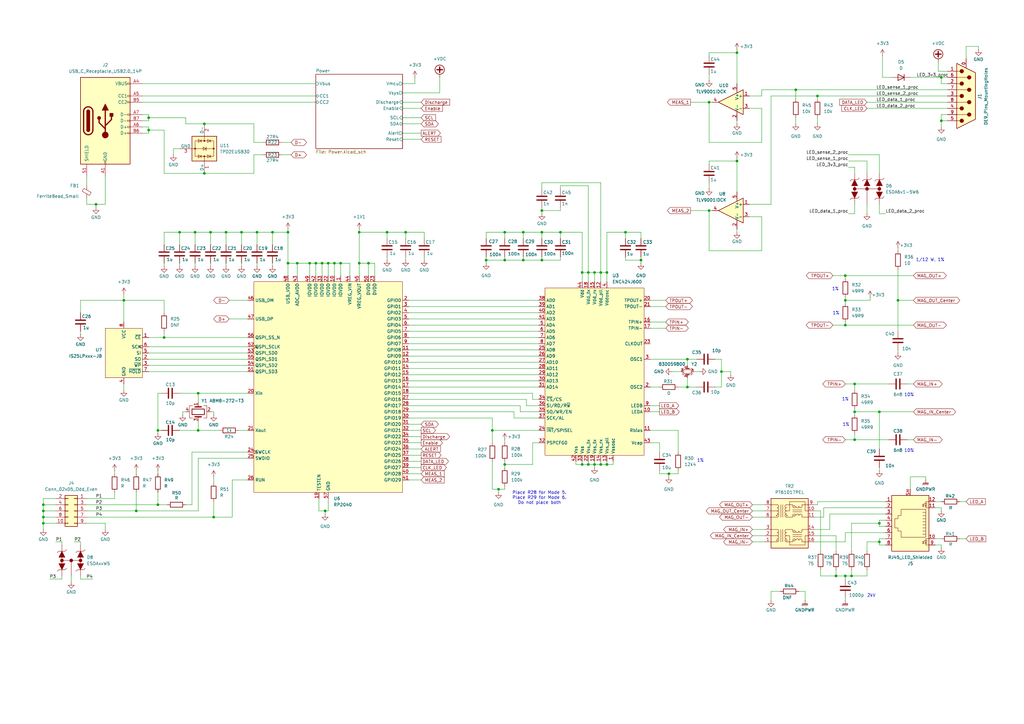
<source format=kicad_sch>
(kicad_sch
	(version 20250114)
	(generator "eeschema")
	(generator_version "9.0")
	(uuid "bccf2bd9-d6ed-4601-995b-34e70546d7b3")
	(paper "A3")
	
	(text "1/12 W, 1%"
		(exclude_from_sim no)
		(at 381.508 106.68 0)
		(effects
			(font
				(size 1.27 1.27)
			)
		)
		(uuid "0ff1b36e-294a-46ac-b9e0-68f83522bd2d")
	)
	(text "Place R28 for Mode 5.\nPlace R29 for Mode 6.\nDo not place both"
		(exclude_from_sim no)
		(at 221.234 204.216 0)
		(effects
			(font
				(size 1.27 1.27)
			)
		)
		(uuid "1b3578d6-e0c0-41ba-b21b-d45cbd78fc57")
	)
	(text "10%"
		(exclude_from_sim no)
		(at 372.872 162.052 0)
		(effects
			(font
				(size 1.27 1.27)
			)
		)
		(uuid "42a2b363-9f28-4515-9866-dfcc5d1fd2ff")
	)
	(text "1%"
		(exclude_from_sim no)
		(at 287.274 188.976 0)
		(effects
			(font
				(size 1.27 1.27)
			)
		)
		(uuid "6e4f8ebd-01a4-4b5e-bf90-9f0480d2ee08")
	)
	(text "1%"
		(exclude_from_sim no)
		(at 346.964 174.244 0)
		(effects
			(font
				(size 1.27 1.27)
			)
		)
		(uuid "6eab38ea-3890-483b-8b94-5ced53676c15")
	)
	(text "1%"
		(exclude_from_sim no)
		(at 342.646 118.618 0)
		(effects
			(font
				(size 1.27 1.27)
			)
		)
		(uuid "74aad014-9e86-47f4-a035-b9f381939867")
	)
	(text "10%"
		(exclude_from_sim no)
		(at 372.872 184.912 0)
		(effects
			(font
				(size 1.27 1.27)
			)
		)
		(uuid "8191b51a-6292-4b37-b6aa-65dfb7f6fd7c")
	)
	(text "1%"
		(exclude_from_sim no)
		(at 342.9 128.524 0)
		(effects
			(font
				(size 1.27 1.27)
			)
		)
		(uuid "962b95ed-4f55-4080-ad25-6e795378f043")
	)
	(text "1%"
		(exclude_from_sim no)
		(at 346.71 163.83 0)
		(effects
			(font
				(size 1.27 1.27)
			)
		)
		(uuid "b96c189c-3bf6-4fbb-93da-c24c8cb42496")
	)
	(text "2kV"
		(exclude_from_sim no)
		(at 357.378 244.348 0)
		(effects
			(font
				(size 1.27 1.27)
			)
		)
		(uuid "e4e09c9b-525a-4994-acdf-f4e8497d63d8")
	)
	(junction
		(at 238.76 190.5)
		(diameter 0)
		(color 0 0 0 0)
		(uuid "01761231-7733-4acd-be14-edc1f6582999")
	)
	(junction
		(at 248.92 190.5)
		(diameter 0)
		(color 0 0 0 0)
		(uuid "037ef728-b14f-4101-be27-e2e0eb0e020d")
	)
	(junction
		(at 281.94 147.32)
		(diameter 0)
		(color 0 0 0 0)
		(uuid "04a13790-544c-46f1-b3a7-b8d091cd9db6")
	)
	(junction
		(at 132.08 107.95)
		(diameter 0)
		(color 0 0 0 0)
		(uuid "0686391f-1e85-4b0c-bb2a-f948f0c8e8d7")
	)
	(junction
		(at 360.68 214.63)
		(diameter 0)
		(color 0 0 0 0)
		(uuid "0fb3ce2c-b87c-42ab-9e5f-280760c6856d")
	)
	(junction
		(at 350.52 168.91)
		(diameter 0)
		(color 0 0 0 0)
		(uuid "11f97a7a-7901-4945-89bf-74700d60ce63")
	)
	(junction
		(at 99.06 95.25)
		(diameter 0)
		(color 0 0 0 0)
		(uuid "129f5e34-d181-498d-bdad-30fa0308a0c4")
	)
	(junction
		(at 214.63 95.25)
		(diameter 0)
		(color 0 0 0 0)
		(uuid "13180e9e-7531-4571-8e24-b24bb443320a")
	)
	(junction
		(at 60.96 48.26)
		(diameter 0)
		(color 0 0 0 0)
		(uuid "142271cb-ba94-4c6c-87d0-e04a3a2dbe32")
	)
	(junction
		(at 350.52 157.48)
		(diameter 0)
		(color 0 0 0 0)
		(uuid "19d511a6-274e-4354-bc8e-5da392bfa535")
	)
	(junction
		(at 246.38 190.5)
		(diameter 0)
		(color 0 0 0 0)
		(uuid "1ad88e7e-f1dc-458a-957d-ed3f51566bd8")
	)
	(junction
		(at 360.68 168.91)
		(diameter 0)
		(color 0 0 0 0)
		(uuid "241ac2be-89aa-49e8-9976-e3bf9516d275")
	)
	(junction
		(at 64.77 176.53)
		(diameter 0)
		(color 0 0 0 0)
		(uuid "282a2ff3-3c47-42c0-a493-4ec551b02b5a")
	)
	(junction
		(at 17.78 214.63)
		(diameter 0)
		(color 0 0 0 0)
		(uuid "28e8f145-b092-4934-bc7c-83252f2197f8")
	)
	(junction
		(at 256.54 95.25)
		(diameter 0)
		(color 0 0 0 0)
		(uuid "2a2bbd09-ce32-46ce-a1d8-3a33b10dc8ba")
	)
	(junction
		(at 147.32 107.95)
		(diameter 0)
		(color 0 0 0 0)
		(uuid "304694b4-1f51-4434-8848-55ffef42bf57")
	)
	(junction
		(at 290.83 86.36)
		(diameter 0)
		(color 0 0 0 0)
		(uuid "3122e1f0-2ca8-4885-a42b-eac472da6da0")
	)
	(junction
		(at 222.25 95.25)
		(diameter 0)
		(color 0 0 0 0)
		(uuid "31a3f32f-b037-4ce8-a133-2abd48e36b5e")
	)
	(junction
		(at 241.3 111.76)
		(diameter 0)
		(color 0 0 0 0)
		(uuid "338d1c9c-333c-4506-8ef9-2752a9733129")
	)
	(junction
		(at 121.92 107.95)
		(diameter 0)
		(color 0 0 0 0)
		(uuid "344f9197-0df8-41f2-bc9e-b61df0c6f941")
	)
	(junction
		(at 346.71 133.35)
		(diameter 0)
		(color 0 0 0 0)
		(uuid "350311f6-f9d5-4880-9919-f20b688f2f84")
	)
	(junction
		(at 83.82 50.8)
		(diameter 0)
		(color 0 0 0 0)
		(uuid "35d42d59-1f37-400f-b929-45f9a85e0eb0")
	)
	(junction
		(at 83.82 71.12)
		(diameter 0)
		(color 0 0 0 0)
		(uuid "40a1babd-d1d6-45f5-9086-54b26fa72f70")
	)
	(junction
		(at 243.84 190.5)
		(diameter 0)
		(color 0 0 0 0)
		(uuid "44f1ac6a-12b0-4322-9830-0d9a2d098f2b")
	)
	(junction
		(at 326.39 36.83)
		(diameter 0)
		(color 0 0 0 0)
		(uuid "45c3ba24-5611-4f81-a3ca-bf858a7c01d4")
	)
	(junction
		(at 207.01 95.25)
		(diameter 0)
		(color 0 0 0 0)
		(uuid "4edd2b6d-0712-4547-aca6-db794f8e2973")
	)
	(junction
		(at 246.38 111.76)
		(diameter 0)
		(color 0 0 0 0)
		(uuid "52a42e5f-5a7b-49bf-aa12-1d7a5942bc7e")
	)
	(junction
		(at 346.71 236.22)
		(diameter 0)
		(color 0 0 0 0)
		(uuid "541c02c2-04ce-4a99-b31c-ac2ebb7b3555")
	)
	(junction
		(at 302.26 66.04)
		(diameter 0)
		(color 0 0 0 0)
		(uuid "5493711b-052c-419b-8ffa-ff1215380139")
	)
	(junction
		(at 201.93 176.53)
		(diameter 0)
		(color 0 0 0 0)
		(uuid "564ad582-a32c-4f01-aa7c-9bdb2b117178")
	)
	(junction
		(at 335.28 39.37)
		(diameter 0)
		(color 0 0 0 0)
		(uuid "57bdc18b-b7e8-4ced-b898-8453a5f21da3")
	)
	(junction
		(at 50.8 123.19)
		(diameter 0)
		(color 0 0 0 0)
		(uuid "591b7f61-19ea-4b88-a1e3-c6a875231a05")
	)
	(junction
		(at 349.25 236.22)
		(diameter 0)
		(color 0 0 0 0)
		(uuid "59c32b42-9247-44e2-86ee-0684d4b1eee9")
	)
	(junction
		(at 207.01 106.68)
		(diameter 0)
		(color 0 0 0 0)
		(uuid "5a0d6672-41a3-46d2-ac66-147c7e854b20")
	)
	(junction
		(at 81.28 176.53)
		(diameter 0)
		(color 0 0 0 0)
		(uuid "66b44c73-9725-4e51-a6b2-fe48fd12fafc")
	)
	(junction
		(at 137.16 107.95)
		(diameter 0)
		(color 0 0 0 0)
		(uuid "6b6048f7-5d96-4766-b339-810dc4ac175c")
	)
	(junction
		(at 55.88 209.55)
		(diameter 0)
		(color 0 0 0 0)
		(uuid "6c8f1b83-619b-454e-af92-85652c2e88e7")
	)
	(junction
		(at 73.66 95.25)
		(diameter 0)
		(color 0 0 0 0)
		(uuid "7342f519-bc73-4c0c-b761-1bea57f6ca52")
	)
	(junction
		(at 368.3 123.19)
		(diameter 0)
		(color 0 0 0 0)
		(uuid "75c6f5aa-d729-4b69-a79d-3a63182f807a")
	)
	(junction
		(at 67.31 138.43)
		(diameter 0)
		(color 0 0 0 0)
		(uuid "777d825a-aed8-4edf-b362-677ce34dc730")
	)
	(junction
		(at 295.91 152.4)
		(diameter 0)
		(color 0 0 0 0)
		(uuid "797d364b-ac09-4782-a47c-e66f7cae7dcb")
	)
	(junction
		(at 222.25 86.36)
		(diameter 0)
		(color 0 0 0 0)
		(uuid "79897ca5-837b-4793-a72b-201b0ffa1b3a")
	)
	(junction
		(at 290.83 41.91)
		(diameter 0)
		(color 0 0 0 0)
		(uuid "7c9dbad6-5005-46f1-a0a5-fbf05acf960a")
	)
	(junction
		(at 127 107.95)
		(diameter 0)
		(color 0 0 0 0)
		(uuid "7e5dc368-0561-493f-bc78-91a664b217f1")
	)
	(junction
		(at 17.78 212.09)
		(diameter 0)
		(color 0 0 0 0)
		(uuid "8625c20f-08a8-4a22-a33d-12ab8617bacd")
	)
	(junction
		(at 111.76 95.25)
		(diameter 0)
		(color 0 0 0 0)
		(uuid "8ae4e3d1-ed53-4705-8a51-70557635c7bb")
	)
	(junction
		(at 105.41 95.25)
		(diameter 0)
		(color 0 0 0 0)
		(uuid "8d0ca11a-57c0-4340-83f2-01b2e1ae829a")
	)
	(junction
		(at 60.96 53.34)
		(diameter 0)
		(color 0 0 0 0)
		(uuid "8d0feffb-b8bb-4635-bf1a-787c5b62eb21")
	)
	(junction
		(at 133.35 209.55)
		(diameter 0)
		(color 0 0 0 0)
		(uuid "9075ccb8-de9c-41f6-a327-d0165c4d5b47")
	)
	(junction
		(at 222.25 106.68)
		(diameter 0)
		(color 0 0 0 0)
		(uuid "923b1d8a-cec6-4621-bdce-9c159fe1dbbe")
	)
	(junction
		(at 274.32 194.31)
		(diameter 0)
		(color 0 0 0 0)
		(uuid "94a81fd9-4d38-4048-8635-099e780f0957")
	)
	(junction
		(at 92.71 95.25)
		(diameter 0)
		(color 0 0 0 0)
		(uuid "9645539c-ada2-41e0-8fc4-20b0e67c5707")
	)
	(junction
		(at 166.37 95.25)
		(diameter 0)
		(color 0 0 0 0)
		(uuid "96c8de52-1f1a-480d-b1b1-188f6cb09312")
	)
	(junction
		(at 64.77 207.01)
		(diameter 0)
		(color 0 0 0 0)
		(uuid "9c7debe8-cc8a-4746-a13f-e373aae58ff7")
	)
	(junction
		(at 346.71 113.03)
		(diameter 0)
		(color 0 0 0 0)
		(uuid "9d3216e3-db7e-4600-9eba-976945781be5")
	)
	(junction
		(at 151.13 107.95)
		(diameter 0)
		(color 0 0 0 0)
		(uuid "adaf02c9-28d3-4af2-8fe9-770b2e4e36fb")
	)
	(junction
		(at 386.08 31.75)
		(diameter 0)
		(color 0 0 0 0)
		(uuid "b0fb6421-21de-4c0e-91f3-012ce70b88a4")
	)
	(junction
		(at 346.71 123.19)
		(diameter 0)
		(color 0 0 0 0)
		(uuid "b1374209-f36c-430f-9cd7-8072dbb806d8")
	)
	(junction
		(at 243.84 111.76)
		(diameter 0)
		(color 0 0 0 0)
		(uuid "b447e521-678f-4250-b1ae-d00fc75fc12f")
	)
	(junction
		(at 238.76 111.76)
		(diameter 0)
		(color 0 0 0 0)
		(uuid "bad8903f-8621-4343-8129-2fd43bd3f13a")
	)
	(junction
		(at 129.54 107.95)
		(diameter 0)
		(color 0 0 0 0)
		(uuid "bdaf4623-76ac-4cf4-ac04-9b3e35e0d6f5")
	)
	(junction
		(at 17.78 207.01)
		(diameter 0)
		(color 0 0 0 0)
		(uuid "c3036221-b638-49c8-a84c-bc51ee9505db")
	)
	(junction
		(at 80.01 95.25)
		(diameter 0)
		(color 0 0 0 0)
		(uuid "c3e432d7-922e-4cf3-a9e3-3e129722ef25")
	)
	(junction
		(at 262.89 106.68)
		(diameter 0)
		(color 0 0 0 0)
		(uuid "c471197b-3c4b-44fe-9151-5c41d8d0ea55")
	)
	(junction
		(at 81.28 161.29)
		(diameter 0)
		(color 0 0 0 0)
		(uuid "c49a7a6a-5408-4d72-aa30-b4b463b1fe0e")
	)
	(junction
		(at 342.9 236.22)
		(diameter 0)
		(color 0 0 0 0)
		(uuid "caa1b63d-4b67-42dd-8bb8-99add5ba7133")
	)
	(junction
		(at 281.94 158.75)
		(diameter 0)
		(color 0 0 0 0)
		(uuid "cbef8f1b-a158-4fc1-a296-e0ec9ced0f94")
	)
	(junction
		(at 199.39 106.68)
		(diameter 0)
		(color 0 0 0 0)
		(uuid "cedf3a9f-eff3-4353-ba99-fa34b3991cf8")
	)
	(junction
		(at 17.78 209.55)
		(diameter 0)
		(color 0 0 0 0)
		(uuid "cf2cd97d-b3db-41f4-a58c-ad8053e3a348")
	)
	(junction
		(at 350.52 180.34)
		(diameter 0)
		(color 0 0 0 0)
		(uuid "d38c040f-fb1f-43b3-a8f3-46cd13830417")
	)
	(junction
		(at 302.26 21.59)
		(diameter 0)
		(color 0 0 0 0)
		(uuid "d4296c91-2344-4849-b885-fb2b68937165")
	)
	(junction
		(at 134.62 107.95)
		(diameter 0)
		(color 0 0 0 0)
		(uuid "deb55af1-efb4-400a-9d80-d89d78a0c4ab")
	)
	(junction
		(at 39.37 83.82)
		(diameter 0)
		(color 0 0 0 0)
		(uuid "e1d19d18-5950-43ba-be66-7fb05870dc82")
	)
	(junction
		(at 214.63 106.68)
		(diameter 0)
		(color 0 0 0 0)
		(uuid "e3b0e418-74d5-47a3-9fd0-4c6017c4892e")
	)
	(junction
		(at 207.01 190.5)
		(diameter 0)
		(color 0 0 0 0)
		(uuid "e439132f-822e-4eb7-ae9d-a0adffb383dd")
	)
	(junction
		(at 360.68 222.25)
		(diameter 0)
		(color 0 0 0 0)
		(uuid "e4572bf8-b49d-4c99-9865-27f38c3aabce")
	)
	(junction
		(at 241.3 190.5)
		(diameter 0)
		(color 0 0 0 0)
		(uuid "e87594e3-da8e-4ce2-a979-252f78ef2035")
	)
	(junction
		(at 248.92 111.76)
		(diameter 0)
		(color 0 0 0 0)
		(uuid "e90f2fca-cd82-42d2-8720-d879f832c226")
	)
	(junction
		(at 118.11 95.25)
		(diameter 0)
		(color 0 0 0 0)
		(uuid "ed80b158-27d3-4f37-b60d-41dad3ddde76")
	)
	(junction
		(at 229.87 95.25)
		(diameter 0)
		(color 0 0 0 0)
		(uuid "efce3c13-cbe8-43a2-80f2-dccab1275386")
	)
	(junction
		(at 204.47 200.66)
		(diameter 0)
		(color 0 0 0 0)
		(uuid "f107a8e5-1d1d-4675-9001-891dc93e9c7f")
	)
	(junction
		(at 87.63 212.09)
		(diameter 0)
		(color 0 0 0 0)
		(uuid "f14001b3-6b01-4c15-bcd3-eef145bd7eb0")
	)
	(junction
		(at 118.11 107.95)
		(diameter 0)
		(color 0 0 0 0)
		(uuid "f3b0959c-f658-4e04-be0c-3a8ec33ea2d8")
	)
	(junction
		(at 139.7 107.95)
		(diameter 0)
		(color 0 0 0 0)
		(uuid "f6e056eb-b352-44f0-83d2-3b637d6f6da1")
	)
	(junction
		(at 147.32 95.25)
		(diameter 0)
		(color 0 0 0 0)
		(uuid "fa0aac12-d04f-4651-af8d-5a151de23e77")
	)
	(junction
		(at 158.75 95.25)
		(diameter 0)
		(color 0 0 0 0)
		(uuid "fa23582e-0169-4eaa-937a-3fb03ef992fc")
	)
	(junction
		(at 86.36 95.25)
		(diameter 0)
		(color 0 0 0 0)
		(uuid "fb2d0561-55bd-4dee-a375-42a961df4c8e")
	)
	(junction
		(at 386.08 49.53)
		(diameter 0)
		(color 0 0 0 0)
		(uuid "ff23918f-5c99-48fb-83af-205e230b5a18")
	)
	(wire
		(pts
			(xy 167.64 156.21) (xy 220.98 156.21)
		)
		(stroke
			(width 0)
			(type default)
		)
		(uuid "005954dc-c69e-4924-9c6c-08468133b98b")
	)
	(wire
		(pts
			(xy 360.68 222.25) (xy 355.6 222.25)
		)
		(stroke
			(width 0)
			(type default)
		)
		(uuid "014f094f-d3c1-4efd-9e23-da346ead4965")
	)
	(wire
		(pts
			(xy 334.01 207.01) (xy 335.28 207.01)
		)
		(stroke
			(width 0)
			(type default)
		)
		(uuid "03463ebd-3d73-41d0-8fc3-e0e8cd60aa3d")
	)
	(wire
		(pts
			(xy 167.64 133.35) (xy 220.98 133.35)
		)
		(stroke
			(width 0)
			(type default)
		)
		(uuid "036e58a6-dcc8-4c48-a9fb-f9316db3079e")
	)
	(wire
		(pts
			(xy 342.9 219.71) (xy 342.9 226.06)
		)
		(stroke
			(width 0)
			(type default)
		)
		(uuid "040a9ba5-48d8-4ab5-ad19-000faca0ed9e")
	)
	(wire
		(pts
			(xy 248.92 95.25) (xy 256.54 95.25)
		)
		(stroke
			(width 0)
			(type default)
		)
		(uuid "0482daaa-2391-488e-91b2-d606ef38127c")
	)
	(wire
		(pts
			(xy 346.71 218.44) (xy 363.22 218.44)
		)
		(stroke
			(width 0)
			(type default)
		)
		(uuid "04bae29a-ed29-4d5b-a507-f3f900d3215e")
	)
	(wire
		(pts
			(xy 236.22 190.5) (xy 238.76 190.5)
		)
		(stroke
			(width 0)
			(type default)
		)
		(uuid "05a6ab74-0263-46f7-988e-d96810ee21ab")
	)
	(wire
		(pts
			(xy 92.71 95.25) (xy 99.06 95.25)
		)
		(stroke
			(width 0)
			(type default)
		)
		(uuid "06b75d8a-2be8-4a39-8343-4cb3820b6951")
	)
	(wire
		(pts
			(xy 33.02 237.49) (xy 38.1 237.49)
		)
		(stroke
			(width 0)
			(type default)
		)
		(uuid "06d57c5a-3f38-4ead-9506-e5c2d361b887")
	)
	(wire
		(pts
			(xy 104.14 63.5) (xy 104.14 71.12)
		)
		(stroke
			(width 0)
			(type default)
		)
		(uuid "07f508a3-8829-4667-8d80-52532251d72b")
	)
	(wire
		(pts
			(xy 222.25 97.79) (xy 222.25 95.25)
		)
		(stroke
			(width 0)
			(type default)
		)
		(uuid "09f2796d-6c41-44d4-bed0-9794f410e9dd")
	)
	(wire
		(pts
			(xy 330.2 242.57) (xy 330.2 246.38)
		)
		(stroke
			(width 0)
			(type default)
		)
		(uuid "0b28e016-1df9-499d-82ce-9d619e5ae39f")
	)
	(wire
		(pts
			(xy 33.02 223.52) (xy 33.02 222.25)
		)
		(stroke
			(width 0)
			(type default)
		)
		(uuid "0b2ca839-06bd-4568-9763-44f8536144bd")
	)
	(wire
		(pts
			(xy 127 107.95) (xy 127 113.03)
		)
		(stroke
			(width 0)
			(type default)
		)
		(uuid "0b81ed36-8af1-400e-a7f6-5323c170888b")
	)
	(wire
		(pts
			(xy 105.41 107.95) (xy 105.41 109.22)
		)
		(stroke
			(width 0)
			(type default)
		)
		(uuid "0bc3863a-b8d5-4464-858a-243782f1eedf")
	)
	(wire
		(pts
			(xy 153.67 113.03) (xy 153.67 107.95)
		)
		(stroke
			(width 0)
			(type default)
		)
		(uuid "0c5fcf01-0efb-4a82-ba1a-616e42803650")
	)
	(wire
		(pts
			(xy 307.34 39.37) (xy 312.42 39.37)
		)
		(stroke
			(width 0)
			(type default)
		)
		(uuid "0d80ebf9-1f65-475f-9d8c-e02a43f57266")
	)
	(wire
		(pts
			(xy 166.37 95.25) (xy 173.99 95.25)
		)
		(stroke
			(width 0)
			(type default)
		)
		(uuid "0de164ab-c6d9-4a86-af9d-9aa45578c8f4")
	)
	(wire
		(pts
			(xy 17.78 207.01) (xy 22.86 207.01)
		)
		(stroke
			(width 0)
			(type default)
		)
		(uuid "0e05bc91-a74a-4643-9ef4-4c2fe0893bf6")
	)
	(wire
		(pts
			(xy 33.02 236.22) (xy 33.02 237.49)
		)
		(stroke
			(width 0)
			(type default)
		)
		(uuid "0e5ef2f5-8d9e-4d5c-8a22-74da686d7033")
	)
	(wire
		(pts
			(xy 270.51 194.31) (xy 274.32 194.31)
		)
		(stroke
			(width 0)
			(type default)
		)
		(uuid "0f0c2015-89f6-49eb-91af-1bbb8078ccdf")
	)
	(wire
		(pts
			(xy 104.14 71.12) (xy 83.82 71.12)
		)
		(stroke
			(width 0)
			(type default)
		)
		(uuid "0f26f1b3-652b-49b7-99f2-c6e3984aee92")
	)
	(wire
		(pts
			(xy 241.3 189.23) (xy 241.3 190.5)
		)
		(stroke
			(width 0)
			(type default)
		)
		(uuid "0f5cbd39-58fc-436b-a7c8-8038c9756b95")
	)
	(wire
		(pts
			(xy 312.42 88.9) (xy 312.42 102.87)
		)
		(stroke
			(width 0)
			(type default)
		)
		(uuid "1028bd06-b239-42d6-bfda-24a938e9cda3")
	)
	(wire
		(pts
			(xy 316.23 39.37) (xy 335.28 39.37)
		)
		(stroke
			(width 0)
			(type default)
		)
		(uuid "1032c729-4889-4d18-8cf4-69e59311f7dd")
	)
	(wire
		(pts
			(xy 262.89 95.25) (xy 262.89 97.79)
		)
		(stroke
			(width 0)
			(type default)
		)
		(uuid "10a1f313-bbff-4c9f-b4b4-e1ffcaa93113")
	)
	(wire
		(pts
			(xy 302.26 93.98) (xy 302.26 95.25)
		)
		(stroke
			(width 0)
			(type default)
		)
		(uuid "118e1a0f-b10e-4358-816c-4fb23155d17e")
	)
	(wire
		(pts
			(xy 229.87 76.2) (xy 229.87 77.47)
		)
		(stroke
			(width 0)
			(type default)
		)
		(uuid "1262e9a2-f3b0-436d-8c42-badc0753ecb5")
	)
	(wire
		(pts
			(xy 238.76 111.76) (xy 238.76 95.25)
		)
		(stroke
			(width 0)
			(type default)
		)
		(uuid "1382333a-b0f9-4239-8f8d-fb3fe6709c83")
	)
	(wire
		(pts
			(xy 384.81 25.4) (xy 384.81 29.21)
		)
		(stroke
			(width 0)
			(type default)
		)
		(uuid "138a05b6-1af1-4402-bf11-f7477fb9fd98")
	)
	(wire
		(pts
			(xy 302.26 21.59) (xy 302.26 34.29)
		)
		(stroke
			(width 0)
			(type default)
		)
		(uuid "13a1c24c-dd32-4829-ad89-129c4e525ae5")
	)
	(wire
		(pts
			(xy 167.64 138.43) (xy 220.98 138.43)
		)
		(stroke
			(width 0)
			(type default)
		)
		(uuid "13f4c56f-6b7d-4a4f-b5a6-b25d3bd550a0")
	)
	(wire
		(pts
			(xy 246.38 111.76) (xy 246.38 115.57)
		)
		(stroke
			(width 0)
			(type default)
		)
		(uuid "153ea4f3-ca22-45b2-a7d2-cf6f38c5b803")
	)
	(wire
		(pts
			(xy 58.42 34.29) (xy 129.54 34.29)
		)
		(stroke
			(width 0)
			(type default)
		)
		(uuid "165e6259-547b-41b7-88c7-f987d6fe89f8")
	)
	(wire
		(pts
			(xy 222.25 74.93) (xy 222.25 77.47)
		)
		(stroke
			(width 0)
			(type default)
		)
		(uuid "1695afe3-9548-4841-87ef-92d5ef467276")
	)
	(wire
		(pts
			(xy 60.96 48.26) (xy 76.2 48.26)
		)
		(stroke
			(width 0)
			(type default)
		)
		(uuid "1737f7f2-9924-4d91-a95a-c0ac370384dd")
	)
	(wire
		(pts
			(xy 386.08 49.53) (xy 388.62 49.53)
		)
		(stroke
			(width 0)
			(type default)
		)
		(uuid "181bc3ea-820d-4724-b7b8-bfd498e99f0d")
	)
	(wire
		(pts
			(xy 64.77 201.93) (xy 64.77 207.01)
		)
		(stroke
			(width 0)
			(type default)
		)
		(uuid "1851ff5b-7413-4d68-8421-ff649553b8f2")
	)
	(wire
		(pts
			(xy 342.9 236.22) (xy 346.71 236.22)
		)
		(stroke
			(width 0)
			(type default)
		)
		(uuid "18822c2f-9fa9-4f74-892a-c48cc8a9d790")
	)
	(wire
		(pts
			(xy 347.98 63.5) (xy 360.68 63.5)
		)
		(stroke
			(width 0)
			(type default)
		)
		(uuid "18b53b04-4caa-4f9b-bcd3-7a039b98d5cc")
	)
	(wire
		(pts
			(xy 388.62 46.99) (xy 386.08 46.99)
		)
		(stroke
			(width 0)
			(type default)
		)
		(uuid "18f30da5-65ec-4608-87de-62f5c9d3e352")
	)
	(wire
		(pts
			(xy 166.37 95.25) (xy 166.37 97.79)
		)
		(stroke
			(width 0)
			(type default)
		)
		(uuid "1a4717f5-3f96-44ab-a33a-2b4e1d967988")
	)
	(wire
		(pts
			(xy 167.64 140.97) (xy 220.98 140.97)
		)
		(stroke
			(width 0)
			(type default)
		)
		(uuid "1a91a7f9-6ffc-40ca-a2cf-eba3782349b9")
	)
	(wire
		(pts
			(xy 153.67 107.95) (xy 151.13 107.95)
		)
		(stroke
			(width 0)
			(type default)
		)
		(uuid "1bbae96c-f757-4c4c-b64c-3598fd64865e")
	)
	(wire
		(pts
			(xy 213.36 168.91) (xy 220.98 168.91)
		)
		(stroke
			(width 0)
			(type default)
		)
		(uuid "1caa50e3-94ce-4181-a5e0-73060de71af9")
	)
	(wire
		(pts
			(xy 101.6 196.85) (xy 95.25 196.85)
		)
		(stroke
			(width 0)
			(type default)
		)
		(uuid "1d4fd2e7-d637-408a-9630-226a2f92fa4f")
	)
	(wire
		(pts
			(xy 270.51 185.42) (xy 270.51 181.61)
		)
		(stroke
			(width 0)
			(type default)
		)
		(uuid "1de403cf-c6e1-4574-81fd-01725ae0a6a7")
	)
	(wire
		(pts
			(xy 347.98 66.04) (xy 355.6 66.04)
		)
		(stroke
			(width 0)
			(type default)
		)
		(uuid "1ed72eef-2b8a-4f86-9005-c7da2791a013")
	)
	(wire
		(pts
			(xy 349.25 214.63) (xy 360.68 214.63)
		)
		(stroke
			(width 0)
			(type default)
		)
		(uuid "1f405fcf-cef9-4d9d-b094-6ba3507668bb")
	)
	(wire
		(pts
			(xy 17.78 214.63) (xy 22.86 214.63)
		)
		(stroke
			(width 0)
			(type default)
		)
		(uuid "1f707f74-473c-4c15-9fa2-a4ddd4aeb4ed")
	)
	(wire
		(pts
			(xy 95.25 196.85) (xy 95.25 212.09)
		)
		(stroke
			(width 0)
			(type default)
		)
		(uuid "217bc30f-140f-404c-973d-9e9af98386df")
	)
	(wire
		(pts
			(xy 386.08 46.99) (xy 386.08 49.53)
		)
		(stroke
			(width 0)
			(type default)
		)
		(uuid "2194d60d-57cc-486e-af64-037d82134f5d")
	)
	(wire
		(pts
			(xy 312.42 102.87) (xy 290.83 102.87)
		)
		(stroke
			(width 0)
			(type default)
		)
		(uuid "224dab5d-e0f1-48b5-9ab5-8c58a480a3ab")
	)
	(wire
		(pts
			(xy 39.37 83.82) (xy 43.18 83.82)
		)
		(stroke
			(width 0)
			(type default)
		)
		(uuid "229630b0-bc48-4cd8-9de8-5ca142fba92f")
	)
	(wire
		(pts
			(xy 241.3 76.2) (xy 229.87 76.2)
		)
		(stroke
			(width 0)
			(type default)
		)
		(uuid "22a3845b-9fbe-43f4-bf6c-4af0846c70b8")
	)
	(wire
		(pts
			(xy 67.31 100.33) (xy 67.31 95.25)
		)
		(stroke
			(width 0)
			(type default)
		)
		(uuid "242a2917-f216-4e67-9e2d-3288e8ccfaa8")
	)
	(wire
		(pts
			(xy 97.79 176.53) (xy 101.6 176.53)
		)
		(stroke
			(width 0)
			(type default)
		)
		(uuid "24a6c9eb-5560-42dc-8aa3-a8ec217baf6f")
	)
	(wire
		(pts
			(xy 218.44 181.61) (xy 218.44 190.5)
		)
		(stroke
			(width 0)
			(type default)
		)
		(uuid "24fa48b3-2548-4238-97bb-845b5f2199c8")
	)
	(wire
		(pts
			(xy 60.96 53.34) (xy 60.96 54.61)
		)
		(stroke
			(width 0)
			(type default)
		)
		(uuid "25226a19-70a5-48a5-9c8c-46f8a9fbc9a8")
	)
	(wire
		(pts
			(xy 275.59 152.4) (xy 279.4 152.4)
		)
		(stroke
			(width 0)
			(type default)
		)
		(uuid "2548e92c-dd1c-4994-8ce7-3c183e39a561")
	)
	(wire
		(pts
			(xy 165.1 50.8) (xy 172.72 50.8)
		)
		(stroke
			(width 0)
			(type default)
		)
		(uuid "25720e49-e72c-4f8a-b95a-f556584374a0")
	)
	(wire
		(pts
			(xy 312.42 36.83) (xy 326.39 36.83)
		)
		(stroke
			(width 0)
			(type default)
		)
		(uuid "25ae1ec1-3b08-4be3-8f25-7917a8450334")
	)
	(wire
		(pts
			(xy 270.51 181.61) (xy 266.7 181.61)
		)
		(stroke
			(width 0)
			(type default)
		)
		(uuid "2611be70-17ef-4c86-afb3-1d1124cf197c")
	)
	(wire
		(pts
			(xy 281.94 147.32) (xy 281.94 149.86)
		)
		(stroke
			(width 0)
			(type default)
		)
		(uuid "2625483e-da47-4ef2-a960-1d0dc86a80aa")
	)
	(wire
		(pts
			(xy 67.31 95.25) (xy 73.66 95.25)
		)
		(stroke
			(width 0)
			(type default)
		)
		(uuid "266399f5-ebb5-4ef6-93d3-00e410eb0b57")
	)
	(wire
		(pts
			(xy 401.32 20.32) (xy 401.32 19.05)
		)
		(stroke
			(width 0)
			(type default)
		)
		(uuid "26c241ad-23b6-418e-aed8-143e2f0441d4")
	)
	(wire
		(pts
			(xy 360.68 213.36) (xy 360.68 214.63)
		)
		(stroke
			(width 0)
			(type default)
		)
		(uuid "26ee0434-e3a3-4de7-903f-62e4aa458db8")
	)
	(wire
		(pts
			(xy 243.84 111.76) (xy 246.38 111.76)
		)
		(stroke
			(width 0)
			(type default)
		)
		(uuid "277259ee-cd2e-4963-b2f3-1ea7818f1a91")
	)
	(wire
		(pts
			(xy 33.02 123.19) (xy 50.8 123.19)
		)
		(stroke
			(width 0)
			(type default)
		)
		(uuid "2828603a-c2cb-4df0-a304-61a882260517")
	)
	(wire
		(pts
			(xy 104.14 50.8) (xy 104.14 58.42)
		)
		(stroke
			(width 0)
			(type default)
		)
		(uuid "285f597c-a28e-49f6-a4a6-072b87b90b5b")
	)
	(wire
		(pts
			(xy 165.1 38.1) (xy 180.34 38.1)
		)
		(stroke
			(width 0)
			(type default)
		)
		(uuid "2900c10a-0ae5-448f-9dba-f75406e41f39")
	)
	(wire
		(pts
			(xy 346.71 180.34) (xy 350.52 180.34)
		)
		(stroke
			(width 0)
			(type default)
		)
		(uuid "295ee14b-4dc9-40b9-a4ea-bd0f336a90cf")
	)
	(wire
		(pts
			(xy 349.25 233.68) (xy 349.25 236.22)
		)
		(stroke
			(width 0)
			(type default)
		)
		(uuid "2a63fc52-8b8b-4c10-9218-afa8cb767ebf")
	)
	(wire
		(pts
			(xy 67.31 107.95) (xy 67.31 109.22)
		)
		(stroke
			(width 0)
			(type default)
		)
		(uuid "2b129caa-0e27-41f5-8808-eb017accf79d")
	)
	(wire
		(pts
			(xy 17.78 214.63) (xy 17.78 212.09)
		)
		(stroke
			(width 0)
			(type default)
		)
		(uuid "2bbb331d-fcbe-477e-aaa2-9a2b9b992785")
	)
	(wire
		(pts
			(xy 349.25 236.22) (xy 355.6 236.22)
		)
		(stroke
			(width 0)
			(type default)
		)
		(uuid "2bc52e20-95de-4e86-b4ac-7831eeaebea4")
	)
	(wire
		(pts
			(xy 76.2 50.8) (xy 83.82 50.8)
		)
		(stroke
			(width 0)
			(type default)
		)
		(uuid "2bf6f665-a267-4f88-b308-309cb11e3889")
	)
	(wire
		(pts
			(xy 167.64 153.67) (xy 220.98 153.67)
		)
		(stroke
			(width 0)
			(type default)
		)
		(uuid "2c53624b-eb5d-4534-8c14-a87f18769a62")
	)
	(wire
		(pts
			(xy 170.18 34.29) (xy 170.18 31.75)
		)
		(stroke
			(width 0)
			(type default)
		)
		(uuid "2c9076a1-6390-47ac-a264-a8772023eceb")
	)
	(wire
		(pts
			(xy 201.93 171.45) (xy 201.93 176.53)
		)
		(stroke
			(width 0)
			(type default)
		)
		(uuid "2ebbdfcb-d8ab-4948-84ed-8691af021383")
	)
	(wire
		(pts
			(xy 210.82 171.45) (xy 220.98 171.45)
		)
		(stroke
			(width 0)
			(type default)
		)
		(uuid "2f1cf76a-8bf6-4242-ba8e-df828342aa24")
	)
	(wire
		(pts
			(xy 346.71 133.35) (xy 346.71 132.08)
		)
		(stroke
			(width 0)
			(type default)
		)
		(uuid "2f5274d9-5bf3-43ee-9f95-e0fb7d50dd4a")
	)
	(wire
		(pts
			(xy 17.78 207.01) (xy 17.78 204.47)
		)
		(stroke
			(width 0)
			(type default)
		)
		(uuid "2fbce1d8-5c86-44b5-a439-0d3f1cccf8d1")
	)
	(wire
		(pts
			(xy 290.83 58.42) (xy 290.83 41.91)
		)
		(stroke
			(width 0)
			(type default)
		)
		(uuid "300040c5-b02d-4a9e-b4de-380e04d22f6d")
	)
	(wire
		(pts
			(xy 165.1 41.91) (xy 172.72 41.91)
		)
		(stroke
			(width 0)
			(type default)
		)
		(uuid "30171629-51d7-4093-9369-ea69347024f1")
	)
	(wire
		(pts
			(xy 35.56 214.63) (xy 43.18 214.63)
		)
		(stroke
			(width 0)
			(type default)
		)
		(uuid "30535590-934f-4ecf-8610-110a4f55de40")
	)
	(wire
		(pts
			(xy 199.39 106.68) (xy 199.39 107.95)
		)
		(stroke
			(width 0)
			(type default)
		)
		(uuid "30564058-6f8e-4ac0-93df-2b1de63c24c9")
	)
	(wire
		(pts
			(xy 207.01 95.25) (xy 214.63 95.25)
		)
		(stroke
			(width 0)
			(type default)
		)
		(uuid "30922306-0d90-4782-bc69-b07cabfdf971")
	)
	(wire
		(pts
			(xy 290.83 86.36) (xy 292.1 86.36)
		)
		(stroke
			(width 0)
			(type default)
		)
		(uuid "30da1529-468b-4625-8a5b-5ea6fe3b7ea4")
	)
	(wire
		(pts
			(xy 64.77 207.01) (xy 68.58 207.01)
		)
		(stroke
			(width 0)
			(type default)
		)
		(uuid "30dc0f44-9e94-4c24-9a1f-3a880fe17bbc")
	)
	(wire
		(pts
			(xy 290.83 22.86) (xy 290.83 21.59)
		)
		(stroke
			(width 0)
			(type default)
		)
		(uuid "3127f9ad-fa7d-4ee2-84b1-0738e1b08bb6")
	)
	(wire
		(pts
			(xy 50.8 120.65) (xy 50.8 123.19)
		)
		(stroke
			(width 0)
			(type default)
		)
		(uuid "314dd6e0-bf7e-4ea7-a105-2a4b6816ea62")
	)
	(wire
		(pts
			(xy 137.16 107.95) (xy 137.16 113.03)
		)
		(stroke
			(width 0)
			(type default)
		)
		(uuid "31acaac6-6ed4-4008-9b99-c91eea75f46c")
	)
	(wire
		(pts
			(xy 50.8 157.48) (xy 50.8 160.02)
		)
		(stroke
			(width 0)
			(type default)
		)
		(uuid "31f7724a-a54c-4965-af9a-42e7125ef53e")
	)
	(wire
		(pts
			(xy 363.22 220.98) (xy 360.68 220.98)
		)
		(stroke
			(width 0)
			(type default)
		)
		(uuid "321e73af-cd7d-4872-bf97-d9c34ec9c135")
	)
	(wire
		(pts
			(xy 92.71 107.95) (xy 92.71 109.22)
		)
		(stroke
			(width 0)
			(type default)
		)
		(uuid "325cbcb7-cf4d-4282-9a06-ba059450b9b7")
	)
	(wire
		(pts
			(xy 81.28 209.55) (xy 81.28 187.96)
		)
		(stroke
			(width 0)
			(type default)
		)
		(uuid "329fca43-0f92-4664-a30b-aa587e17b833")
	)
	(wire
		(pts
			(xy 248.92 111.76) (xy 248.92 115.57)
		)
		(stroke
			(width 0)
			(type default)
		)
		(uuid "3305d7d4-d838-4260-bce2-517f21d6643a")
	)
	(wire
		(pts
			(xy 73.66 107.95) (xy 73.66 109.22)
		)
		(stroke
			(width 0)
			(type default)
		)
		(uuid "3522f028-b114-4c31-801c-b50dc3a1b116")
	)
	(wire
		(pts
			(xy 218.44 190.5) (xy 207.01 190.5)
		)
		(stroke
			(width 0)
			(type default)
		)
		(uuid "352f539a-39ed-4dae-aa8d-e336c39353e7")
	)
	(wire
		(pts
			(xy 293.37 147.32) (xy 295.91 147.32)
		)
		(stroke
			(width 0)
			(type default)
		)
		(uuid "35c57b2a-465c-4fcd-83b8-9f2413c5ff4f")
	)
	(wire
		(pts
			(xy 283.21 41.91) (xy 290.83 41.91)
		)
		(stroke
			(width 0)
			(type default)
		)
		(uuid "380c3d87-b1a0-4df1-a79c-1a18b37f01bf")
	)
	(wire
		(pts
			(xy 342.9 233.68) (xy 342.9 236.22)
		)
		(stroke
			(width 0)
			(type default)
		)
		(uuid "3817e168-488c-409e-ab87-09c0152bffb8")
	)
	(wire
		(pts
			(xy 46.99 204.47) (xy 46.99 201.93)
		)
		(stroke
			(width 0)
			(type default)
		)
		(uuid "399a8829-3140-47a2-ba4a-ec5877780634")
	)
	(wire
		(pts
			(xy 372.11 157.48) (xy 374.65 157.48)
		)
		(stroke
			(width 0)
			(type default)
		)
		(uuid "3ae35814-f1d2-4b13-a111-797a0fdcc6ce")
	)
	(wire
		(pts
			(xy 76.2 207.01) (xy 78.74 207.01)
		)
		(stroke
			(width 0)
			(type default)
		)
		(uuid "3b289fe9-26c1-44ae-856d-2177e54e958e")
	)
	(wire
		(pts
			(xy 60.96 149.86) (xy 101.6 149.86)
		)
		(stroke
			(width 0)
			(type default)
		)
		(uuid "3c238709-88d3-4d08-92ff-5251034108ca")
	)
	(wire
		(pts
			(xy 335.28 207.01) (xy 335.28 205.74)
		)
		(stroke
			(width 0)
			(type default)
		)
		(uuid "3ca8d2d2-4542-4505-bb8f-222a88f6351e")
	)
	(wire
		(pts
			(xy 214.63 106.68) (xy 222.25 106.68)
		)
		(stroke
			(width 0)
			(type default)
		)
		(uuid "3d655155-b07c-4254-87a4-df459fcbbdfe")
	)
	(wire
		(pts
			(xy 215.9 166.37) (xy 220.98 166.37)
		)
		(stroke
			(width 0)
			(type default)
		)
		(uuid "3d722cfc-64bc-4d38-9b1a-e4d6e39eeb26")
	)
	(wire
		(pts
			(xy 248.92 190.5) (xy 251.46 190.5)
		)
		(stroke
			(width 0)
			(type default)
		)
		(uuid "3ddb0d1a-bb21-4bb4-bbf2-cdd329f5079f")
	)
	(wire
		(pts
			(xy 137.16 107.95) (xy 134.62 107.95)
		)
		(stroke
			(width 0)
			(type default)
		)
		(uuid "3e35f25a-ae58-4fb8-affe-0897d74b827c")
	)
	(wire
		(pts
			(xy 266.7 168.91) (xy 270.51 168.91)
		)
		(stroke
			(width 0)
			(type default)
		)
		(uuid "3f45f7fa-b473-49f8-91c1-7e286dd578d4")
	)
	(wire
		(pts
			(xy 373.38 31.75) (xy 386.08 31.75)
		)
		(stroke
			(width 0)
			(type default)
		)
		(uuid "3f4c4953-2c1a-479b-9153-0989a84a0c7f")
	)
	(wire
		(pts
			(xy 266.7 147.32) (xy 281.94 147.32)
		)
		(stroke
			(width 0)
			(type default)
		)
		(uuid "3fac6e88-a7b1-4a25-a933-499f1c2a45f4")
	)
	(wire
		(pts
			(xy 350.52 168.91) (xy 350.52 170.18)
		)
		(stroke
			(width 0)
			(type default)
		)
		(uuid "3fcab95f-e812-405b-81c1-85200fe12dbc")
	)
	(wire
		(pts
			(xy 368.3 110.49) (xy 368.3 123.19)
		)
		(stroke
			(width 0)
			(type default)
		)
		(uuid "3fd6c2c5-0954-4fb0-835b-f992a30d9617")
	)
	(wire
		(pts
			(xy 363.22 213.36) (xy 360.68 213.36)
		)
		(stroke
			(width 0)
			(type default)
		)
		(uuid "40656e0b-3f34-459d-9e19-d6ec8b160a6f")
	)
	(wire
		(pts
			(xy 173.99 95.25) (xy 173.99 97.79)
		)
		(stroke
			(width 0)
			(type default)
		)
		(uuid "407d1623-25e0-4d93-9282-9061bc38c006")
	)
	(wire
		(pts
			(xy 360.68 63.5) (xy 360.68 71.12)
		)
		(stroke
			(width 0)
			(type default)
		)
		(uuid "41183d21-1fe7-416b-ac82-3534b9cdbc3b")
	)
	(wire
		(pts
			(xy 355.6 66.04) (xy 355.6 71.12)
		)
		(stroke
			(width 0)
			(type default)
		)
		(uuid "42834c6b-3722-48ba-b530-731f4f7425cb")
	)
	(wire
		(pts
			(xy 165.1 34.29) (xy 170.18 34.29)
		)
		(stroke
			(width 0)
			(type default)
		)
		(uuid "43e0727a-75bf-4df6-b49e-85e557296400")
	)
	(wire
		(pts
			(xy 350.52 180.34) (xy 364.49 180.34)
		)
		(stroke
			(width 0)
			(type default)
		)
		(uuid "43e0b3c5-a261-4618-b4f2-c2aff00a78dc")
	)
	(wire
		(pts
			(xy 167.64 163.83) (xy 215.9 163.83)
		)
		(stroke
			(width 0)
			(type default)
		)
		(uuid "441dd189-63e5-4273-80ab-b6332d859032")
	)
	(wire
		(pts
			(xy 86.36 107.95) (xy 86.36 109.22)
		)
		(stroke
			(width 0)
			(type default)
		)
		(uuid "44345224-70be-4817-bb00-c31f0b589dc6")
	)
	(wire
		(pts
			(xy 81.28 165.1) (xy 81.28 161.29)
		)
		(stroke
			(width 0)
			(type default)
		)
		(uuid "45d4d87a-3beb-48ae-8c00-f33f3d0b5821")
	)
	(wire
		(pts
			(xy 93.98 123.19) (xy 101.6 123.19)
		)
		(stroke
			(width 0)
			(type default)
		)
		(uuid "462c8a88-9f42-4c0a-9752-1b7214884f10")
	)
	(wire
		(pts
			(xy 368.3 143.51) (xy 368.3 144.78)
		)
		(stroke
			(width 0)
			(type default)
		)
		(uuid "46a3893c-f740-4f42-a688-3bcc734ce1e0")
	)
	(wire
		(pts
			(xy 121.92 107.95) (xy 121.92 113.03)
		)
		(stroke
			(width 0)
			(type default)
		)
		(uuid "46bc8d62-7217-47f4-9fde-70d7041f6d9d")
	)
	(wire
		(pts
			(xy 76.2 48.26) (xy 76.2 50.8)
		)
		(stroke
			(width 0)
			(type default)
		)
		(uuid "46d69985-04c0-4b70-9e82-5ed0c0ef0ad4")
	)
	(wire
		(pts
			(xy 17.78 217.17) (xy 17.78 214.63)
		)
		(stroke
			(width 0)
			(type default)
		)
		(uuid "46fa3397-f6eb-45d4-97aa-2caec57fc3e5")
	)
	(wire
		(pts
			(xy 93.98 130.81) (xy 101.6 130.81)
		)
		(stroke
			(width 0)
			(type default)
		)
		(uuid "47cae6ce-7b2d-4945-af96-408e341874e5")
	)
	(wire
		(pts
			(xy 327.66 242.57) (xy 330.2 242.57)
		)
		(stroke
			(width 0)
			(type default)
		)
		(uuid "4837098e-fdec-4868-8b17-7f139417b15a")
	)
	(wire
		(pts
			(xy 266.7 134.62) (xy 273.05 134.62)
		)
		(stroke
			(width 0)
			(type default)
		)
		(uuid "488ef267-bc1c-4f2f-bed3-a0ba6cf891cb")
	)
	(wire
		(pts
			(xy 316.23 242.57) (xy 316.23 246.38)
		)
		(stroke
			(width 0)
			(type default)
		)
		(uuid "48924456-42ff-4e25-b00d-0470bed854cf")
	)
	(wire
		(pts
			(xy 290.83 41.91) (xy 292.1 41.91)
		)
		(stroke
			(width 0)
			(type default)
		)
		(uuid "48970402-795a-433e-ae71-1345e517c0f0")
	)
	(wire
		(pts
			(xy 151.13 113.03) (xy 151.13 107.95)
		)
		(stroke
			(width 0)
			(type default)
		)
		(uuid "49854f48-8f16-4f5c-bcf7-c47793d3e5d8")
	)
	(wire
		(pts
			(xy 262.89 106.68) (xy 262.89 107.95)
		)
		(stroke
			(width 0)
			(type default)
		)
		(uuid "49ae5e53-466b-4eeb-85c9-658cd239e4a5")
	)
	(wire
		(pts
			(xy 83.82 71.12) (xy 67.31 71.12)
		)
		(stroke
			(width 0)
			(type default)
		)
		(uuid "4bfa62d5-982c-48c9-aa0e-210d1102b4fd")
	)
	(wire
		(pts
			(xy 130.81 209.55) (xy 133.35 209.55)
		)
		(stroke
			(width 0)
			(type default)
		)
		(uuid "4c180530-bc94-4890-9f9a-a34e08f1fa44")
	)
	(wire
		(pts
			(xy 207.01 106.68) (xy 214.63 106.68)
		)
		(stroke
			(width 0)
			(type default)
		)
		(uuid "4c2d0dd3-8476-4f0e-a438-0445c55f7eb4")
	)
	(wire
		(pts
			(xy 238.76 111.76) (xy 241.3 111.76)
		)
		(stroke
			(width 0)
			(type default)
		)
		(uuid "4d6149e1-4772-4f40-a02b-36853600b07e")
	)
	(wire
		(pts
			(xy 290.83 102.87) (xy 290.83 86.36)
		)
		(stroke
			(width 0)
			(type default)
		)
		(uuid "4d69562b-7078-483e-b7b6-010ff9cd3fde")
	)
	(wire
		(pts
			(xy 320.04 242.57) (xy 316.23 242.57)
		)
		(stroke
			(width 0)
			(type default)
		)
		(uuid "4dd71725-9d61-4867-bb24-8bab67a501c0")
	)
	(wire
		(pts
			(xy 66.04 161.29) (xy 64.77 161.29)
		)
		(stroke
			(width 0)
			(type default)
		)
		(uuid "4dded9a6-8043-44fd-bfe8-7e18955ea292")
	)
	(wire
		(pts
			(xy 368.3 123.19) (xy 374.65 123.19)
		)
		(stroke
			(width 0)
			(type default)
		)
		(uuid "4e4f7fc1-3e8d-497e-afcf-36a0c780ad0e")
	)
	(wire
		(pts
			(xy 60.96 54.61) (xy 58.42 54.61)
		)
		(stroke
			(width 0)
			(type default)
		)
		(uuid "4e632514-4315-4c3b-a98c-c81466d3c230")
	)
	(wire
		(pts
			(xy 295.91 158.75) (xy 293.37 158.75)
		)
		(stroke
			(width 0)
			(type default)
		)
		(uuid "4f2e984d-429a-4953-a1a3-eedbe0c1d7e4")
	)
	(wire
		(pts
			(xy 222.25 86.36) (xy 229.87 86.36)
		)
		(stroke
			(width 0)
			(type default)
		)
		(uuid "4f7790b9-2fc7-40b4-b229-fd6b2225da5a")
	)
	(wire
		(pts
			(xy 25.4 236.22) (xy 25.4 237.49)
		)
		(stroke
			(width 0)
			(type default)
		)
		(uuid "4f77baa2-2331-452d-b179-50452692c749")
	)
	(wire
		(pts
			(xy 266.7 132.08) (xy 273.05 132.08)
		)
		(stroke
			(width 0)
			(type default)
		)
		(uuid "500024c2-7084-4c0f-9b2d-6da6ae39c484")
	)
	(wire
		(pts
			(xy 151.13 107.95) (xy 147.32 107.95)
		)
		(stroke
			(width 0)
			(type default)
		)
		(uuid "502a72bf-c7c1-4b3e-b29d-4f01641c856f")
	)
	(wire
		(pts
			(xy 71.12 60.96) (xy 73.66 60.96)
		)
		(stroke
			(width 0)
			(type default)
		)
		(uuid "50b2bf74-4b50-49e4-8834-e935a304f63d")
	)
	(wire
		(pts
			(xy 355.6 236.22) (xy 355.6 233.68)
		)
		(stroke
			(width 0)
			(type default)
		)
		(uuid "5522de92-051a-433e-8880-59f83e2cd453")
	)
	(wire
		(pts
			(xy 246.38 190.5) (xy 248.92 190.5)
		)
		(stroke
			(width 0)
			(type default)
		)
		(uuid "56186c4f-0921-4270-9081-d52d139ca2de")
	)
	(wire
		(pts
			(xy 50.8 123.19) (xy 50.8 132.08)
		)
		(stroke
			(width 0)
			(type default)
		)
		(uuid "56c86a5c-775e-4aa2-b205-ae6af079e296")
	)
	(wire
		(pts
			(xy 308.61 217.17) (xy 313.69 217.17)
		)
		(stroke
			(width 0)
			(type default)
		)
		(uuid "56deaf96-a949-4aa8-b7ff-082deb18ee52")
	)
	(wire
		(pts
			(xy 302.26 49.53) (xy 302.26 50.8)
		)
		(stroke
			(width 0)
			(type default)
		)
		(uuid "571358e8-8d8e-4b39-92b9-82a768d5ecd2")
	)
	(wire
		(pts
			(xy 167.64 161.29) (xy 218.44 161.29)
		)
		(stroke
			(width 0)
			(type default)
		)
		(uuid "576cbbc4-8f48-4a31-84df-786438562073")
	)
	(wire
		(pts
			(xy 360.68 87.63) (xy 360.68 83.82)
		)
		(stroke
			(width 0)
			(type default)
		)
		(uuid "577889c1-5985-451d-b713-65872a61fda7")
	)
	(wire
		(pts
			(xy 241.3 111.76) (xy 241.3 76.2)
		)
		(stroke
			(width 0)
			(type default)
		)
		(uuid "579649c9-69a7-4b51-a122-6a7279b1b868")
	)
	(wire
		(pts
			(xy 302.26 64.77) (xy 302.26 66.04)
		)
		(stroke
			(width 0)
			(type default)
		)
		(uuid "58702668-c2fd-4df4-8208-d05b7e33540d")
	)
	(wire
		(pts
			(xy 334.01 222.25) (xy 346.71 222.25)
		)
		(stroke
			(width 0)
			(type default)
		)
		(uuid "58846f59-e9f6-4173-be75-499e2279f570")
	)
	(wire
		(pts
			(xy 64.77 176.53) (xy 66.04 176.53)
		)
		(stroke
			(width 0)
			(type default)
		)
		(uuid "58ae8c8b-5f59-439c-9d5b-f177bc102303")
	)
	(wire
		(pts
			(xy 17.78 212.09) (xy 17.78 209.55)
		)
		(stroke
			(width 0)
			(type default)
		)
		(uuid "594a4056-eff2-4526-b6c1-297b0dac3970")
	)
	(wire
		(pts
			(xy 167.64 179.07) (xy 172.72 179.07)
		)
		(stroke
			(width 0)
			(type default)
		)
		(uuid "59969de1-27f8-4444-a03a-e0ab9b033f18")
	)
	(wire
		(pts
			(xy 336.55 236.22) (xy 342.9 236.22)
		)
		(stroke
			(width 0)
			(type default)
		)
		(uuid "59e9a722-32f2-44d5-94ea-3a949d9f03e7")
	)
	(wire
		(pts
			(xy 274.32 194.31) (xy 274.32 195.58)
		)
		(stroke
			(width 0)
			(type default)
		)
		(uuid "5aa82763-e492-409c-b005-adb81cc39d1f")
	)
	(wire
		(pts
			(xy 341.63 113.03) (xy 346.71 113.03)
		)
		(stroke
			(width 0)
			(type default)
		)
		(uuid "5abcd427-6654-4acb-ae11-0103c254ba89")
	)
	(wire
		(pts
			(xy 134.62 204.47) (xy 134.62 209.55)
		)
		(stroke
			(width 0)
			(type default)
		)
		(uuid "5bcf559f-67cb-414a-bcaf-864c6375dc96")
	)
	(wire
		(pts
			(xy 312.42 58.42) (xy 290.83 58.42)
		)
		(stroke
			(width 0)
			(type default)
		)
		(uuid "5c16e8b2-2d88-41bd-b037-504abcf43ecb")
	)
	(wire
		(pts
			(xy 81.28 172.72) (xy 81.28 176.53)
		)
		(stroke
			(width 0)
			(type default)
		)
		(uuid "5ca316a3-7584-43e2-86b1-5579eda408b7")
	)
	(wire
		(pts
			(xy 379.73 196.85) (xy 379.73 195.58)
		)
		(stroke
			(width 0)
			(type default)
		)
		(uuid "5cde5a1d-425d-4260-9d5d-39c47077adac")
	)
	(wire
		(pts
			(xy 256.54 106.68) (xy 262.89 106.68)
		)
		(stroke
			(width 0)
			(type default)
		)
		(uuid "5d55694d-d826-4173-9040-6a3085b7af0a")
	)
	(wire
		(pts
			(xy 64.77 161.29) (xy 64.77 176.53)
		)
		(stroke
			(width 0)
			(type default)
		)
		(uuid "5da9c834-619f-47f7-be07-427623ddc427")
	)
	(wire
		(pts
			(xy 118.11 95.25) (xy 118.11 107.95)
		)
		(stroke
			(width 0)
			(type default)
		)
		(uuid "5ef12a4e-fd34-4116-98af-f40321cbce19")
	)
	(wire
		(pts
			(xy 67.31 123.19) (xy 67.31 128.27)
		)
		(stroke
			(width 0)
			(type default)
		)
		(uuid "5f95f800-8993-42cc-9336-46409e42c20d")
	)
	(wire
		(pts
			(xy 80.01 107.95) (xy 80.01 109.22)
		)
		(stroke
			(width 0)
			(type default)
		)
		(uuid "5fa0e293-e754-4f73-ab0c-e6e9511b27c9")
	)
	(wire
		(pts
			(xy 60.96 144.78) (xy 101.6 144.78)
		)
		(stroke
			(width 0)
			(type default)
		)
		(uuid "5fa2044b-ea10-4724-8519-0a81a02686fb")
	)
	(wire
		(pts
			(xy 147.32 113.03) (xy 147.32 107.95)
		)
		(stroke
			(width 0)
			(type default)
		)
		(uuid "6048acdf-a7b0-4484-9d9e-a6c26ea3960f")
	)
	(wire
		(pts
			(xy 384.81 29.21) (xy 388.62 29.21)
		)
		(stroke
			(width 0)
			(type default)
		)
		(uuid "6083f549-0dc0-4d3e-a6f1-2c9aad2eb09b")
	)
	(wire
		(pts
			(xy 104.14 58.42) (xy 107.95 58.42)
		)
		(stroke
			(width 0)
			(type default)
		)
		(uuid "60d6d5b9-dc7c-40af-a758-f4e2bcd5d273")
	)
	(wire
		(pts
			(xy 290.83 74.93) (xy 290.83 77.47)
		)
		(stroke
			(width 0)
			(type default)
		)
		(uuid "61a14a9f-8905-4db7-9a18-3773df6f9481")
	)
	(wire
		(pts
			(xy 165.1 57.15) (xy 172.72 57.15)
		)
		(stroke
			(width 0)
			(type default)
		)
		(uuid "63836039-67f2-4feb-9ddf-29c54dba9fcc")
	)
	(wire
		(pts
			(xy 307.34 88.9) (xy 312.42 88.9)
		)
		(stroke
			(width 0)
			(type default)
		)
		(uuid "658498d8-7309-4738-a924-2c98e568e84a")
	)
	(wire
		(pts
			(xy 25.4 223.52) (xy 25.4 222.25)
		)
		(stroke
			(width 0)
			(type default)
		)
		(uuid "66204033-a955-455b-916d-22f6d2984511")
	)
	(wire
		(pts
			(xy 115.57 63.5) (xy 119.38 63.5)
		)
		(stroke
			(width 0)
			(type default)
		)
		(uuid "662301cf-16ec-456a-a9e5-db607c7d9fa0")
	)
	(wire
		(pts
			(xy 67.31 138.43) (xy 101.6 138.43)
		)
		(stroke
			(width 0)
			(type default)
		)
		(uuid "667c111c-8f8e-4b36-8e6d-ad1b87197ade")
	)
	(wire
		(pts
			(xy 118.11 93.98) (xy 118.11 95.25)
		)
		(stroke
			(width 0)
			(type default)
		)
		(uuid "669c2590-2b70-4a85-8acb-b80e95650083")
	)
	(wire
		(pts
			(xy 218.44 163.83) (xy 220.98 163.83)
		)
		(stroke
			(width 0)
			(type default)
		)
		(uuid "66c26099-5f22-4569-a9be-fd4c5cc1502f")
	)
	(wire
		(pts
			(xy 283.21 86.36) (xy 290.83 86.36)
		)
		(stroke
			(width 0)
			(type default)
		)
		(uuid "66f81acf-a9f2-4824-b56d-bb0f43f961e1")
	)
	(wire
		(pts
			(xy 308.61 219.71) (xy 313.69 219.71)
		)
		(stroke
			(width 0)
			(type default)
		)
		(uuid "6835f2d7-6b73-4c15-9d61-208b700b4893")
	)
	(wire
		(pts
			(xy 346.71 222.25) (xy 346.71 218.44)
		)
		(stroke
			(width 0)
			(type default)
		)
		(uuid "688abd8b-1167-4b60-b852-6906c024bd4a")
	)
	(wire
		(pts
			(xy 35.56 212.09) (xy 87.63 212.09)
		)
		(stroke
			(width 0)
			(type default)
		)
		(uuid "68bdd4b6-6ac3-49a7-8a02-8acb0083a8f7")
	)
	(wire
		(pts
			(xy 165.1 44.45) (xy 172.72 44.45)
		)
		(stroke
			(width 0)
			(type default)
		)
		(uuid "699ba07e-d88e-4edc-b062-6340678a89d0")
	)
	(wire
		(pts
			(xy 132.08 107.95) (xy 132.08 113.03)
		)
		(stroke
			(width 0)
			(type default)
		)
		(uuid "6a09097a-9172-47e6-880b-ec3271b76ad9")
	)
	(wire
		(pts
			(xy 350.52 157.48) (xy 364.49 157.48)
		)
		(stroke
			(width 0)
			(type default)
		)
		(uuid "6a158542-e049-4c52-8601-e3bd85d297d6")
	)
	(wire
		(pts
			(xy 299.72 152.4) (xy 299.72 153.67)
		)
		(stroke
			(width 0)
			(type default)
		)
		(uuid "6ad99489-29bd-4040-a18f-3a8538f4ce9d")
	)
	(wire
		(pts
			(xy 278.13 176.53) (xy 278.13 185.42)
		)
		(stroke
			(width 0)
			(type default)
		)
		(uuid "6bd7bb7c-5562-4f3f-89bd-3de4bddfbb17")
	)
	(wire
		(pts
			(xy 147.32 93.98) (xy 147.32 95.25)
		)
		(stroke
			(width 0)
			(type default)
		)
		(uuid "6c29cee7-8fc5-4f1c-ae71-667007576a99")
	)
	(wire
		(pts
			(xy 295.91 152.4) (xy 299.72 152.4)
		)
		(stroke
			(width 0)
			(type default)
		)
		(uuid "6d2cd38e-3cc9-415d-9b1c-ffd5683b0702")
	)
	(wire
		(pts
			(xy 20.32 237.49) (xy 25.4 237.49)
		)
		(stroke
			(width 0)
			(type default)
		)
		(uuid "6ee82269-9d05-454a-96e9-19dc30881b8e")
	)
	(wire
		(pts
			(xy 167.64 186.69) (xy 172.72 186.69)
		)
		(stroke
			(width 0)
			(type default)
		)
		(uuid "6f31618a-2631-4b0a-8225-d57fa0fa1484")
	)
	(wire
		(pts
			(xy 111.76 107.95) (xy 111.76 109.22)
		)
		(stroke
			(width 0)
			(type default)
		)
		(uuid "6f451e71-579d-44fb-8a6c-ec8290c451dd")
	)
	(wire
		(pts
			(xy 241.3 111.76) (xy 241.3 115.57)
		)
		(stroke
			(width 0)
			(type default)
		)
		(uuid "6f901463-e638-4be7-8cdb-2c29d451d376")
	)
	(wire
		(pts
			(xy 29.21 236.22) (xy 29.21 238.76)
		)
		(stroke
			(width 0)
			(type default)
		)
		(uuid "6fb7b9c9-373d-41b5-a9b5-940fba9517d6")
	)
	(wire
		(pts
			(xy 302.26 20.32) (xy 302.26 21.59)
		)
		(stroke
			(width 0)
			(type default)
		)
		(uuid "7027fcd7-9132-4858-83a9-8cc5836d91de")
	)
	(wire
		(pts
			(xy 281.94 147.32) (xy 285.75 147.32)
		)
		(stroke
			(width 0)
			(type default)
		)
		(uuid "70af4ac8-6875-487a-8644-96f16a68a874")
	)
	(wire
		(pts
			(xy 87.63 212.09) (xy 87.63 205.74)
		)
		(stroke
			(width 0)
			(type default)
		)
		(uuid "70c68c55-46d2-4428-ae75-d0f51b0cc0c0")
	)
	(wire
		(pts
			(xy 346.71 123.19) (xy 346.71 124.46)
		)
		(stroke
			(width 0)
			(type default)
		)
		(uuid "715a0e35-45d8-472c-8d9b-885242b18272")
	)
	(wire
		(pts
			(xy 334.01 217.17) (xy 340.36 217.17)
		)
		(stroke
			(width 0)
			(type default)
		)
		(uuid "71cfe0dd-8877-4a49-aabe-070cd74c6394")
	)
	(wire
		(pts
			(xy 86.36 168.91) (xy 87.63 168.91)
		)
		(stroke
			(width 0)
			(type default)
		)
		(uuid "72376858-3f12-4a89-8ccb-58eeb7582771")
	)
	(wire
		(pts
			(xy 337.82 212.09) (xy 337.82 208.28)
		)
		(stroke
			(width 0)
			(type default)
		)
		(uuid "72ad842b-cab1-4c76-be5e-9a5632b9a7f2")
	)
	(wire
		(pts
			(xy 386.08 34.29) (xy 386.08 31.75)
		)
		(stroke
			(width 0)
			(type default)
		)
		(uuid "73a2bf07-0bc9-439d-8c48-b6b0e15e6e1f")
	)
	(wire
		(pts
			(xy 346.71 236.22) (xy 346.71 237.49)
		)
		(stroke
			(width 0)
			(type default)
		)
		(uuid "76151990-81e6-436c-9277-b82783d1c9db")
	)
	(wire
		(pts
			(xy 35.56 204.47) (xy 46.99 204.47)
		)
		(stroke
			(width 0)
			(type default)
		)
		(uuid "768fc54a-1253-4edb-ab11-ca97b8e20833")
	)
	(wire
		(pts
			(xy 99.06 95.25) (xy 105.41 95.25)
		)
		(stroke
			(width 0)
			(type default)
		)
		(uuid "76b76a49-0e5c-4a25-95d1-136cab29e095")
	)
	(wire
		(pts
			(xy 347.98 87.63) (xy 350.52 87.63)
		)
		(stroke
			(width 0)
			(type default)
		)
		(uuid "77423b89-c54b-4dfd-a08d-7415761bd4fc")
	)
	(wire
		(pts
			(xy 334.01 212.09) (xy 337.82 212.09)
		)
		(stroke
			(width 0)
			(type default)
		)
		(uuid "77b01764-8181-4de5-b6cb-b43e803bf0f0")
	)
	(wire
		(pts
			(xy 336.55 233.68) (xy 336.55 236.22)
		)
		(stroke
			(width 0)
			(type default)
		)
		(uuid "77b05cf9-f02b-4e44-b4f8-ea701f1b4498")
	)
	(wire
		(pts
			(xy 238.76 115.57) (xy 238.76 111.76)
		)
		(stroke
			(width 0)
			(type default)
		)
		(uuid "78e9f1eb-741b-466d-a536-4387ba9eab10")
	)
	(wire
		(pts
			(xy 167.64 148.59) (xy 220.98 148.59)
		)
		(stroke
			(width 0)
			(type default)
		)
		(uuid "793eb62d-9b8f-4fa7-9523-57915c1eec7c")
	)
	(wire
		(pts
			(xy 350.52 87.63) (xy 350.52 83.82)
		)
		(stroke
			(width 0)
			(type default)
		)
		(uuid "7a177e4c-621c-44c0-a01c-e0eff8690a39")
	)
	(wire
		(pts
			(xy 251.46 190.5) (xy 251.46 189.23)
		)
		(stroke
			(width 0)
			(type default)
		)
		(uuid "7a444949-b6d9-468d-91fc-5cb5ef6ea486")
	)
	(wire
		(pts
			(xy 167.64 128.27) (xy 220.98 128.27)
		)
		(stroke
			(width 0)
			(type default)
		)
		(uuid "7a4def56-48ae-4c66-818e-53d7ea758b68")
	)
	(wire
		(pts
			(xy 58.42 41.91) (xy 129.54 41.91)
		)
		(stroke
			(width 0)
			(type default)
		)
		(uuid "7ae6da14-252c-4470-8078-3d840f08d286")
	)
	(wire
		(pts
			(xy 238.76 95.25) (xy 229.87 95.25)
		)
		(stroke
			(width 0)
			(type default)
		)
		(uuid "7af7a128-fd81-4b1e-a9ab-d10d8a599951")
	)
	(wire
		(pts
			(xy 383.54 223.52) (xy 386.08 223.52)
		)
		(stroke
			(width 0)
			(type default)
		)
		(uuid "7bbf648c-6c77-4604-8cb1-cb2968b53ded")
	)
	(wire
		(pts
			(xy 64.77 176.53) (xy 64.77 177.8)
		)
		(stroke
			(width 0)
			(type default)
		)
		(uuid "7c5f2920-421b-4b27-96be-395258e2b3c3")
	)
	(wire
		(pts
			(xy 60.96 52.07) (xy 60.96 53.34)
		)
		(stroke
			(width 0)
			(type default)
		)
		(uuid "7c712ad6-b073-4b76-a0f0-58a597231ddb")
	)
	(wire
		(pts
			(xy 167.64 166.37) (xy 213.36 166.37)
		)
		(stroke
			(width 0)
			(type default)
		)
		(uuid "7ca3bdae-cadc-4d26-89fa-e544da416b5c")
	)
	(wire
		(pts
			(xy 246.38 189.23) (xy 246.38 190.5)
		)
		(stroke
			(width 0)
			(type default)
		)
		(uuid "7cf3b479-f7f5-4cc8-8943-326d4f283628")
	)
	(wire
		(pts
			(xy 386.08 223.52) (xy 386.08 224.79)
		)
		(stroke
			(width 0)
			(type default)
		)
		(uuid "7cf7cb8f-9c4f-4123-917f-c8d7d6f843d2")
	)
	(wire
		(pts
			(xy 360.68 222.25) (xy 360.68 223.52)
		)
		(stroke
			(width 0)
			(type default)
		)
		(uuid "7cffc8c0-f5c8-4f88-b89f-205fb4aa99c9")
	)
	(wire
		(pts
			(xy 143.51 113.03) (xy 143.51 107.95)
		)
		(stroke
			(width 0)
			(type default)
		)
		(uuid "7d77e8a0-714a-4489-9ba5-f98489934fad")
	)
	(wire
		(pts
			(xy 210.82 168.91) (xy 210.82 171.45)
		)
		(stroke
			(width 0)
			(type default)
		)
		(uuid "7dac099b-1bcb-4688-949f-02e1a4f95b7f")
	)
	(wire
		(pts
			(xy 134.62 209.55) (xy 133.35 209.55)
		)
		(stroke
			(width 0)
			(type default)
		)
		(uuid "7dff8b47-978f-4e48-bc17-6e2d705c4114")
	)
	(wire
		(pts
			(xy 336.55 209.55) (xy 336.55 226.06)
		)
		(stroke
			(width 0)
			(type default)
		)
		(uuid "7e88fd91-604c-450a-86a8-306c653f1041")
	)
	(wire
		(pts
			(xy 207.01 180.34) (xy 207.01 181.61)
		)
		(stroke
			(width 0)
			(type default)
		)
		(uuid "7f74a982-efa7-400f-ae7f-489a4ee233d1")
	)
	(wire
		(pts
			(xy 50.8 123.19) (xy 67.31 123.19)
		)
		(stroke
			(width 0)
			(type default)
		)
		(uuid "7fbe36d1-07ba-4f03-b1c9-3878fe0e71e5")
	)
	(wire
		(pts
			(xy 222.25 105.41) (xy 222.25 106.68)
		)
		(stroke
			(width 0)
			(type default)
		)
		(uuid "810d638b-f447-47e6-8b02-9ac5372adcef")
	)
	(wire
		(pts
			(xy 222.25 95.25) (xy 229.87 95.25)
		)
		(stroke
			(width 0)
			(type default)
		)
		(uuid "816ae4e9-d99d-4da6-aa0a-7a31b281d24b")
	)
	(wire
		(pts
			(xy 295.91 152.4) (xy 295.91 158.75)
		)
		(stroke
			(width 0)
			(type default)
		)
		(uuid "8182251d-cd5c-436f-a6d2-26e10daba0d1")
	)
	(wire
		(pts
			(xy 139.7 107.95) (xy 137.16 107.95)
		)
		(stroke
			(width 0)
			(type default)
		)
		(uuid "818f9e42-2b51-45fb-b868-3e6f8a4265a0")
	)
	(wire
		(pts
			(xy 201.93 176.53) (xy 201.93 181.61)
		)
		(stroke
			(width 0)
			(type default)
		)
		(uuid "825fbdbd-c341-4d35-add6-6a0ed7d44a2a")
	)
	(wire
		(pts
			(xy 115.57 58.42) (xy 119.38 58.42)
		)
		(stroke
			(width 0)
			(type default)
		)
		(uuid "82ce73db-b72b-4fe0-a5e0-d6cc5e7dc0d0")
	)
	(wire
		(pts
			(xy 73.66 95.25) (xy 73.66 100.33)
		)
		(stroke
			(width 0)
			(type default)
		)
		(uuid "82e6ed16-cb50-4645-b168-35b92326fa53")
	)
	(wire
		(pts
			(xy 129.54 107.95) (xy 127 107.95)
		)
		(stroke
			(width 0)
			(type default)
		)
		(uuid "839a22e3-e918-4fc5-8a77-0dc20854e917")
	)
	(wire
		(pts
			(xy 383.54 220.98) (xy 386.08 220.98)
		)
		(stroke
			(width 0)
			(type default)
		)
		(uuid "83eb4836-0211-4e24-b974-40d1391ee04b")
	)
	(wire
		(pts
			(xy 167.64 158.75) (xy 220.98 158.75)
		)
		(stroke
			(width 0)
			(type default)
		)
		(uuid "8505d93c-571c-4fef-8b50-0711b5282967")
	)
	(wire
		(pts
			(xy 355.6 44.45) (xy 388.62 44.45)
		)
		(stroke
			(width 0)
			(type default)
		)
		(uuid "85a9c209-55ad-4dcc-967d-3f2aa88039ea")
	)
	(wire
		(pts
			(xy 60.96 49.53) (xy 58.42 49.53)
		)
		(stroke
			(width 0)
			(type default)
		)
		(uuid "86e077fa-5739-49fa-b328-b7a072e6cd2a")
	)
	(wire
		(pts
			(xy 207.01 200.66) (xy 204.47 200.66)
		)
		(stroke
			(width 0)
			(type default)
		)
		(uuid "87106477-c3e3-4ff8-b90e-df3511c4d512")
	)
	(wire
		(pts
			(xy 99.06 95.25) (xy 99.06 100.33)
		)
		(stroke
			(width 0)
			(type default)
		)
		(uuid "881eac03-9aba-4e30-898e-71b4b2c02441")
	)
	(wire
		(pts
			(xy 58.42 39.37) (xy 129.54 39.37)
		)
		(stroke
			(width 0)
			(type default)
		)
		(uuid "895d4e6d-04ef-4e80-bec6-253b1c0f0b7a")
	)
	(wire
		(pts
			(xy 341.63 133.35) (xy 346.71 133.35)
		)
		(stroke
			(width 0)
			(type default)
		)
		(uuid "8a44293a-2e53-4e3d-80a2-4ce48aa66850")
	)
	(wire
		(pts
			(xy 302.26 66.04) (xy 302.26 78.74)
		)
		(stroke
			(width 0)
			(type default)
		)
		(uuid "8ad44a7b-4c53-4d6a-8b4a-502072aca671")
	)
	(wire
		(pts
			(xy 81.28 187.96) (xy 101.6 187.96)
		)
		(stroke
			(width 0)
			(type default)
		)
		(uuid "8b4dcf04-b104-4389-8605-c8aefbe3078c")
	)
	(wire
		(pts
			(xy 60.96 152.4) (xy 101.6 152.4)
		)
		(stroke
			(width 0)
			(type default)
		)
		(uuid "8b55dffc-17b8-41b9-9075-e5736eb4b62b")
	)
	(wire
		(pts
			(xy 360.68 214.63) (xy 360.68 215.9)
		)
		(stroke
			(width 0)
			(type default)
		)
		(uuid "8ccd81f5-b020-4e63-bfd1-4d533c4c6b81")
	)
	(wire
		(pts
			(xy 388.62 34.29) (xy 386.08 34.29)
		)
		(stroke
			(width 0)
			(type default)
		)
		(uuid "8d3f948e-bfcd-4115-87e7-19f1cb25015c")
	)
	(wire
		(pts
			(xy 256.54 95.25) (xy 256.54 97.79)
		)
		(stroke
			(width 0)
			(type default)
		)
		(uuid "8d4c3894-bc51-4ac4-b2bf-90f1e6e64555")
	)
	(wire
		(pts
			(xy 60.96 48.26) (xy 60.96 49.53)
		)
		(stroke
			(width 0)
			(type default)
		)
		(uuid "8dc8163b-2256-4634-a7c3-4a2255855496")
	)
	(wire
		(pts
			(xy 346.71 121.92) (xy 346.71 123.19)
		)
		(stroke
			(width 0)
			(type default)
		)
		(uuid "8ed3ca1f-12e7-436d-8730-8690e556d235")
	)
	(wire
		(pts
			(xy 335.28 40.64) (xy 335.28 39.37)
		)
		(stroke
			(width 0)
			(type default)
		)
		(uuid "8f1c80c1-b5f7-45cc-8428-90205170ae38")
	)
	(wire
		(pts
			(xy 111.76 95.25) (xy 118.11 95.25)
		)
		(stroke
			(width 0)
			(type default)
		)
		(uuid "90bbd2da-0ce5-4795-936f-ef4712ff7eca")
	)
	(wire
		(pts
			(xy 143.51 107.95) (xy 139.7 107.95)
		)
		(stroke
			(width 0)
			(type default)
		)
		(uuid "90c6973b-0441-46b3-adf5-6a8101941835")
	)
	(wire
		(pts
			(xy 118.11 107.95) (xy 118.11 113.03)
		)
		(stroke
			(width 0)
			(type default)
		)
		(uuid "90d87fac-579a-4b6c-ab13-cc1df31b8115")
	)
	(wire
		(pts
			(xy 22.86 222.25) (xy 25.4 222.25)
		)
		(stroke
			(width 0)
			(type default)
		)
		(uuid "93037a49-f85d-4f4e-8b7a-d4bf510aedc5")
	)
	(wire
		(pts
			(xy 167.64 130.81) (xy 220.98 130.81)
		)
		(stroke
			(width 0)
			(type default)
		)
		(uuid "938ef9b6-8012-40b1-a75e-6c9586d23fe6")
	)
	(wire
		(pts
			(xy 207.01 190.5) (xy 207.01 191.77)
		)
		(stroke
			(width 0)
			(type default)
		)
		(uuid "938f0fa6-2252-41eb-bad7-67b7d51bc7cd")
	)
	(wire
		(pts
			(xy 147.32 95.25) (xy 158.75 95.25)
		)
		(stroke
			(width 0)
			(type default)
		)
		(uuid "944bd30f-0f66-4911-805d-90441d20b887")
	)
	(wire
		(pts
			(xy 396.24 19.05) (xy 396.24 24.13)
		)
		(stroke
			(width 0)
			(type default)
		)
		(uuid "94b7acbf-591a-487a-a828-af99fdf9e334")
	)
	(wire
		(pts
			(xy 78.74 207.01) (xy 78.74 185.42)
		)
		(stroke
			(width 0)
			(type default)
		)
		(uuid "954b8c6d-6fc4-4ee1-b56d-db35ed7f16b0")
	)
	(wire
		(pts
			(xy 35.56 72.39) (xy 35.56 76.2)
		)
		(stroke
			(width 0)
			(type default)
		)
		(uuid "959e731b-006a-412e-8d6d-5180dc37345f")
	)
	(wire
		(pts
			(xy 316.23 83.82) (xy 316.23 39.37)
		)
		(stroke
			(width 0)
			(type default)
		)
		(uuid "96570bb0-7db7-4a08-a531-216fbc22c2d0")
	)
	(wire
		(pts
			(xy 207.01 199.39) (xy 207.01 200.66)
		)
		(stroke
			(width 0)
			(type default)
		)
		(uuid "96c82d0c-8fda-41a5-b695-66fdc8fa4e76")
	)
	(wire
		(pts
			(xy 308.61 209.55) (xy 313.69 209.55)
		)
		(stroke
			(width 0)
			(type default)
		)
		(uuid "97d4bc8b-bc07-4c87-b82b-6e9a3d252b97")
	)
	(wire
		(pts
			(xy 290.83 66.04) (xy 302.26 66.04)
		)
		(stroke
			(width 0)
			(type default)
		)
		(uuid "981584b7-e996-41d3-baf6-8c6ec5558119")
	)
	(wire
		(pts
			(xy 58.42 46.99) (xy 60.96 46.99)
		)
		(stroke
			(width 0)
			(type default)
		)
		(uuid "983c46de-cb09-410e-a317-288bf5ba1306")
	)
	(wire
		(pts
			(xy 393.7 205.74) (xy 396.24 205.74)
		)
		(stroke
			(width 0)
			(type default)
		)
		(uuid "9861158f-ba34-4a04-9504-a9b0ebc4cb54")
	)
	(wire
		(pts
			(xy 201.93 200.66) (xy 204.47 200.66)
		)
		(stroke
			(width 0)
			(type default)
		)
		(uuid "99af4bdc-819f-4bd9-ad6f-ac7501536335")
	)
	(wire
		(pts
			(xy 386.08 208.28) (xy 386.08 209.55)
		)
		(stroke
			(width 0)
			(type default)
		)
		(uuid "99af850f-5c45-4fa6-a019-ac934a545136")
	)
	(wire
		(pts
			(xy 80.01 95.25) (xy 86.36 95.25)
		)
		(stroke
			(width 0)
			(type default)
		)
		(uuid "9af340a9-7d5f-4fd4-9c45-589afb9cd483")
	)
	(wire
		(pts
			(xy 326.39 36.83) (xy 388.62 36.83)
		)
		(stroke
			(width 0)
			(type default)
		)
		(uuid "9b0091ae-42a5-4c50-9495-e719ed368888")
	)
	(wire
		(pts
			(xy 248.92 189.23) (xy 248.92 190.5)
		)
		(stroke
			(width 0)
			(type default)
		)
		(uuid "9b3ce2f4-8801-47ae-b400-b3c234c74cfe")
	)
	(wire
		(pts
			(xy 350.52 167.64) (xy 350.52 168.91)
		)
		(stroke
			(width 0)
			(type default)
		)
		(uuid "9b8c95f4-c09d-4232-a7f6-88e6d72f958b")
	)
	(wire
		(pts
			(xy 335.28 205.74) (xy 363.22 205.74)
		)
		(stroke
			(width 0)
			(type default)
		)
		(uuid "9bc611dc-be98-4560-b9bf-10f132c9ab35")
	)
	(wire
		(pts
			(xy 238.76 189.23) (xy 238.76 190.5)
		)
		(stroke
			(width 0)
			(type default)
		)
		(uuid "9bef90f4-8b8f-4fac-a54e-cb1fb9593458")
	)
	(wire
		(pts
			(xy 173.99 105.41) (xy 173.99 106.68)
		)
		(stroke
			(width 0)
			(type default)
		)
		(uuid "9c2bd449-fe26-4384-8ac0-e9807d52de89")
	)
	(wire
		(pts
			(xy 347.98 68.58) (xy 350.52 68.58)
		)
		(stroke
			(width 0)
			(type default)
		)
		(uuid "9c7fc3ee-4434-4f5d-8bc3-33f744bf0671")
	)
	(wire
		(pts
			(xy 383.54 208.28) (xy 386.08 208.28)
		)
		(stroke
			(width 0)
			(type default)
		)
		(uuid "9d5ec865-56b4-495e-a7f2-dc4d01de4293")
	)
	(wire
		(pts
			(xy 99.06 107.95) (xy 99.06 109.22)
		)
		(stroke
			(width 0)
			(type default)
		)
		(uuid "9e65738f-a2ea-4ce8-94ed-29fed883643b")
	)
	(wire
		(pts
			(xy 346.71 123.19) (xy 356.87 123.19)
		)
		(stroke
			(width 0)
			(type default)
		)
		(uuid "9e825153-b9e4-4ee7-ae8b-0b810f5d5990")
	)
	(wire
		(pts
			(xy 368.3 123.19) (xy 368.3 135.89)
		)
		(stroke
			(width 0)
			(type default)
		)
		(uuid "9ee1a369-79e7-43e9-9557-b6c290d07b73")
	)
	(wire
		(pts
			(xy 81.28 176.53) (xy 90.17 176.53)
		)
		(stroke
			(width 0)
			(type default)
		)
		(uuid "9ef4352b-b564-4386-bd76-3f47d295a45e")
	)
	(wire
		(pts
			(xy 76.2 168.91) (xy 74.93 168.91)
		)
		(stroke
			(width 0)
			(type default)
		)
		(uuid "9f535927-bbb0-4c07-af38-bce80cefaa95")
	)
	(wire
		(pts
			(xy 67.31 135.89) (xy 67.31 138.43)
		)
		(stroke
			(width 0)
			(type default)
		)
		(uuid "9fdb6063-c996-407a-8075-52feeafe9a96")
	)
	(wire
		(pts
			(xy 165.1 48.26) (xy 172.72 48.26)
		)
		(stroke
			(width 0)
			(type default)
		)
		(uuid "a04cd975-e131-48a7-a96b-d5bb6fcf732e")
	)
	(wire
		(pts
			(xy 308.61 222.25) (xy 313.69 222.25)
		)
		(stroke
			(width 0)
			(type default)
		)
		(uuid "a0592837-6a05-49a1-bd58-a78f86fe9e61")
	)
	(wire
		(pts
			(xy 335.28 39.37) (xy 388.62 39.37)
		)
		(stroke
			(width 0)
			(type default)
		)
		(uuid "a27a7941-136d-4601-a6fd-e6e770195a13")
	)
	(wire
		(pts
			(xy 134.62 107.95) (xy 132.08 107.95)
		)
		(stroke
			(width 0)
			(type default)
		)
		(uuid "a2b29ca4-ac5e-450a-9b2f-739eb855fb58")
	)
	(wire
		(pts
			(xy 355.6 41.91) (xy 388.62 41.91)
		)
		(stroke
			(width 0)
			(type default)
		)
		(uuid "a2fd2c34-5bd6-4108-8b9b-2f169a8be63b")
	)
	(wire
		(pts
			(xy 266.7 158.75) (xy 270.51 158.75)
		)
		(stroke
			(width 0)
			(type default)
		)
		(uuid "a46278fb-ced1-4aa1-a017-ddfecfb1a031")
	)
	(wire
		(pts
			(xy 361.95 31.75) (xy 365.76 31.75)
		)
		(stroke
			(width 0)
			(type default)
		)
		(uuid "a5440891-0598-4575-bd1e-c63999f0cf16")
	)
	(wire
		(pts
			(xy 167.64 184.15) (xy 172.72 184.15)
		)
		(stroke
			(width 0)
			(type default)
		)
		(uuid "a5ca981a-4c6c-4838-aeec-768da12292e9")
	)
	(wire
		(pts
			(xy 262.89 106.68) (xy 262.89 105.41)
		)
		(stroke
			(width 0)
			(type default)
		)
		(uuid "a6098c75-0abc-4aba-bf4d-6324771bd20d")
	)
	(wire
		(pts
			(xy 308.61 207.01) (xy 313.69 207.01)
		)
		(stroke
			(width 0)
			(type default)
		)
		(uuid "a88b2bb3-d1f7-43ea-98b9-753ac81f55ac")
	)
	(wire
		(pts
			(xy 238.76 190.5) (xy 241.3 190.5)
		)
		(stroke
			(width 0)
			(type default)
		)
		(uuid "a8af0650-5974-4e88-b706-9ca72e9fce88")
	)
	(wire
		(pts
			(xy 270.51 193.04) (xy 270.51 194.31)
		)
		(stroke
			(width 0)
			(type default)
		)
		(uuid "a8e47064-6e5d-47fb-91af-1ac2d8e4954d")
	)
	(wire
		(pts
			(xy 46.99 193.04) (xy 46.99 194.31)
		)
		(stroke
			(width 0)
			(type default)
		)
		(uuid "a90034d1-1489-4cc4-b43b-679a67f37176")
	)
	(wire
		(pts
			(xy 290.83 21.59) (xy 302.26 21.59)
		)
		(stroke
			(width 0)
			(type default)
		)
		(uuid "a9357182-f7c0-4ce0-8082-ee07da8c2f93")
	)
	(wire
		(pts
			(xy 213.36 166.37) (xy 213.36 168.91)
		)
		(stroke
			(width 0)
			(type default)
		)
		(uuid "a9631448-aae4-48cb-9ffe-cde8a177b8f0")
	)
	(wire
		(pts
			(xy 278.13 194.31) (xy 278.13 193.04)
		)
		(stroke
			(width 0)
			(type default)
		)
		(uuid "aa06abda-a0f5-4c7f-8200-aa3b4c287d68")
	)
	(wire
		(pts
			(xy 17.78 209.55) (xy 17.78 207.01)
		)
		(stroke
			(width 0)
			(type default)
		)
		(uuid "aaef8941-bc7a-48e4-b7b0-205fbce79278")
	)
	(wire
		(pts
			(xy 111.76 95.25) (xy 111.76 100.33)
		)
		(stroke
			(width 0)
			(type default)
		)
		(uuid "ab5b6aaa-e9cf-49e1-a8e1-93074848b0b7")
	)
	(wire
		(pts
			(xy 278.13 158.75) (xy 281.94 158.75)
		)
		(stroke
			(width 0)
			(type default)
		)
		(uuid "ab90dee8-3f69-42e6-b354-6899c832d53e")
	)
	(wire
		(pts
			(xy 386.08 31.75) (xy 388.62 31.75)
		)
		(stroke
			(width 0)
			(type default)
		)
		(uuid "ab998b3f-b663-476b-b44b-3b9b2561a425")
	)
	(wire
		(pts
			(xy 360.68 168.91) (xy 374.65 168.91)
		)
		(stroke
			(width 0)
			(type default)
		)
		(uuid "ac6af5e5-a54f-489f-9c57-3265834b679e")
	)
	(wire
		(pts
			(xy 401.32 19.05) (xy 396.24 19.05)
		)
		(stroke
			(width 0)
			(type default)
		)
		(uuid "acbf2edb-ab64-4a77-a7ef-46a22be10b04")
	)
	(wire
		(pts
			(xy 167.64 125.73) (xy 220.98 125.73)
		)
		(stroke
			(width 0)
			(type default)
		)
		(uuid "acf4df8e-1d83-4ca5-adcb-b95ebb4415f4")
	)
	(wire
		(pts
			(xy 35.56 81.28) (xy 35.56 83.82)
		)
		(stroke
			(width 0)
			(type default)
		)
		(uuid "adec3c42-9fea-49f4-a157-24ba6175dd3c")
	)
	(wire
		(pts
			(xy 43.18 214.63) (xy 43.18 217.17)
		)
		(stroke
			(width 0)
			(type default)
		)
		(uuid "ae051458-8fdf-4077-8f28-722b7843188d")
	)
	(wire
		(pts
			(xy 64.77 193.04) (xy 64.77 194.31)
		)
		(stroke
			(width 0)
			(type default)
		)
		(uuid "ae243265-6aca-4644-8069-6348234367e7")
	)
	(wire
		(pts
			(xy 373.38 195.58) (xy 373.38 200.66)
		)
		(stroke
			(width 0)
			(type default)
		)
		(uuid "aedb6bbe-a889-4f23-b0dd-9829668d7bc0")
	)
	(wire
		(pts
			(xy 166.37 105.41) (xy 166.37 106.68)
		)
		(stroke
			(width 0)
			(type default)
		)
		(uuid "af2e9861-72ad-4629-b957-951b4ba49e27")
	)
	(wire
		(pts
			(xy 87.63 168.91) (xy 87.63 170.18)
		)
		(stroke
			(width 0)
			(type default)
		)
		(uuid "af424d13-1c00-4ca4-9c99-95c101c86e03")
	)
	(wire
		(pts
			(xy 361.95 22.86) (xy 361.95 31.75)
		)
		(stroke
			(width 0)
			(type default)
		)
		(uuid "b043462b-48e6-4629-acdc-b53738218b94")
	)
	(wire
		(pts
			(xy 199.39 105.41) (xy 199.39 106.68)
		)
		(stroke
			(width 0)
			(type default)
		)
		(uuid "b0b68b14-b457-4a61-8dcf-717f3efbec88")
	)
	(wire
		(pts
			(xy 335.28 48.26) (xy 335.28 50.8)
		)
		(stroke
			(width 0)
			(type default)
		)
		(uuid "b1749f71-f98a-4751-a7e1-1c19619a2e96")
	)
	(wire
		(pts
			(xy 73.66 161.29) (xy 81.28 161.29)
		)
		(stroke
			(width 0)
			(type default)
		)
		(uuid "b1fc32fb-d825-4506-890d-e0a47f6a7db6")
	)
	(wire
		(pts
			(xy 105.41 95.25) (xy 105.41 100.33)
		)
		(stroke
			(width 0)
			(type default)
		)
		(uuid "b207b6f7-0bf0-4b49-a628-b74313c86ee6")
	)
	(wire
		(pts
			(xy 379.73 195.58) (xy 373.38 195.58)
		)
		(stroke
			(width 0)
			(type default)
		)
		(uuid "b29341a8-2056-4f54-8320-2a82912889cc")
	)
	(wire
		(pts
			(xy 386.08 49.53) (xy 386.08 52.07)
		)
		(stroke
			(width 0)
			(type default)
		)
		(uuid "b30374fc-83de-48aa-addd-33087962ca78")
	)
	(wire
		(pts
			(xy 256.54 105.41) (xy 256.54 106.68)
		)
		(stroke
			(width 0)
			(type default)
		)
		(uuid "b3930416-1327-48db-a035-5bfdcf14979c")
	)
	(wire
		(pts
			(xy 35.56 83.82) (xy 39.37 83.82)
		)
		(stroke
			(width 0)
			(type default)
		)
		(uuid "b3a32418-1527-4770-b8e5-08f6b07e5f6f")
	)
	(wire
		(pts
			(xy 214.63 97.79) (xy 214.63 95.25)
		)
		(stroke
			(width 0)
			(type default)
		)
		(uuid "b3ab28b2-ae4a-4fad-9a61-3f25c73ae9b3")
	)
	(wire
		(pts
			(xy 167.64 176.53) (xy 172.72 176.53)
		)
		(stroke
			(width 0)
			(type default)
		)
		(uuid "b3c18b17-5ab9-43d2-a200-427262d47ece")
	)
	(wire
		(pts
			(xy 363.22 87.63) (xy 360.68 87.63)
		)
		(stroke
			(width 0)
			(type default)
		)
		(uuid "b403378c-8af0-4ae8-aa03-9baffb6dd75f")
	)
	(wire
		(pts
			(xy 58.42 52.07) (xy 60.96 52.07)
		)
		(stroke
			(width 0)
			(type default)
		)
		(uuid "b4bf7d40-0d13-4198-abc6-7f71f0655b5a")
	)
	(wire
		(pts
			(xy 73.66 95.25) (xy 80.01 95.25)
		)
		(stroke
			(width 0)
			(type default)
		)
		(uuid "b4dccbfd-f1bf-46d0-b97d-495ed1bbb7ec")
	)
	(wire
		(pts
			(xy 207.01 97.79) (xy 207.01 95.25)
		)
		(stroke
			(width 0)
			(type default)
		)
		(uuid "b54c6984-31a5-49c1-aeb6-abf1a15780b9")
	)
	(wire
		(pts
			(xy 60.96 138.43) (xy 67.31 138.43)
		)
		(stroke
			(width 0)
			(type default)
		)
		(uuid "b5ee25ee-e9f2-47f2-8231-696bf5e6d2b0")
	)
	(wire
		(pts
			(xy 74.93 168.91) (xy 74.93 170.18)
		)
		(stroke
			(width 0)
			(type default)
		)
		(uuid "b6ab81e5-746e-4836-9f39-4e40a8f1aaa8")
	)
	(wire
		(pts
			(xy 167.64 189.23) (xy 172.72 189.23)
		)
		(stroke
			(width 0)
			(type default)
		)
		(uuid "b7381ac6-e6db-4184-a15a-491b66b6d328")
	)
	(wire
		(pts
			(xy 158.75 95.25) (xy 158.75 97.79)
		)
		(stroke
			(width 0)
			(type default)
		)
		(uuid "b73b58f4-dfed-4ac6-891b-b313f6e20f7b")
	)
	(wire
		(pts
			(xy 218.44 161.29) (xy 218.44 163.83)
		)
		(stroke
			(width 0)
			(type default)
		)
		(uuid "b7bffd14-bbed-40c9-b6de-e09a4d90032f")
	)
	(wire
		(pts
			(xy 360.68 223.52) (xy 363.22 223.52)
		)
		(stroke
			(width 0)
			(type default)
		)
		(uuid "b7d2109b-95a1-4455-be4f-7f3e8b8c998e")
	)
	(wire
		(pts
			(xy 355.6 222.25) (xy 355.6 226.06)
		)
		(stroke
			(width 0)
			(type default)
		)
		(uuid "b7de35b0-438c-4466-808d-035611652c98")
	)
	(wire
		(pts
			(xy 266.7 166.37) (xy 270.51 166.37)
		)
		(stroke
			(width 0)
			(type default)
		)
		(uuid "b82f6dd4-d099-4fdd-8022-fb4acf7d201c")
	)
	(wire
		(pts
			(xy 274.32 194.31) (xy 278.13 194.31)
		)
		(stroke
			(width 0)
			(type default)
		)
		(uuid "b831f05b-1cb6-44fe-8bbe-6262f0fb5f70")
	)
	(wire
		(pts
			(xy 105.41 95.25) (xy 111.76 95.25)
		)
		(stroke
			(width 0)
			(type default)
		)
		(uuid "b85b6895-e11a-4f72-b1b6-37667e0fabfd")
	)
	(wire
		(pts
			(xy 17.78 204.47) (xy 22.86 204.47)
		)
		(stroke
			(width 0)
			(type default)
		)
		(uuid "b895cf32-0f6c-493e-8019-ecf00bd29afc")
	)
	(wire
		(pts
			(xy 307.34 44.45) (xy 312.42 44.45)
		)
		(stroke
			(width 0)
			(type default)
		)
		(uuid "b8da1ee1-fd11-4f66-809e-f2805e1b011f")
	)
	(wire
		(pts
			(xy 346.71 157.48) (xy 350.52 157.48)
		)
		(stroke
			(width 0)
			(type default)
		)
		(uuid "baaaafa3-8048-4c49-a6fc-defbdc1a0486")
	)
	(wire
		(pts
			(xy 78.74 185.42) (xy 101.6 185.42)
		)
		(stroke
			(width 0)
			(type default)
		)
		(uuid "bbdaa9d1-d206-4710-bad4-4ba1b5ecc2ae")
	)
	(wire
		(pts
			(xy 167.64 123.19) (xy 220.98 123.19)
		)
		(stroke
			(width 0)
			(type default)
		)
		(uuid "bc106327-84ad-477d-98b9-9365a2ea92a6")
	)
	(wire
		(pts
			(xy 33.02 135.89) (xy 33.02 137.16)
		)
		(stroke
			(width 0)
			(type default)
		)
		(uuid "bc8d6dc1-908b-4527-88b9-6ced698ca29d")
	)
	(wire
		(pts
			(xy 167.64 191.77) (xy 172.72 191.77)
		)
		(stroke
			(width 0)
			(type default)
		)
		(uuid "bdf5c813-9295-4145-af3a-0489bc1121aa")
	)
	(wire
		(pts
			(xy 207.01 189.23) (xy 207.01 190.5)
		)
		(stroke
			(width 0)
			(type default)
		)
		(uuid "be4d0866-607b-4924-84db-ca0be02c5101")
	)
	(wire
		(pts
			(xy 393.7 220.98) (xy 396.24 220.98)
		)
		(stroke
			(width 0)
			(type default)
		)
		(uuid "be5da249-0da6-431f-958f-cecb200d2072")
	)
	(wire
		(pts
			(xy 246.38 111.76) (xy 246.38 74.93)
		)
		(stroke
			(width 0)
			(type default)
		)
		(uuid "be60cd53-29e2-4e77-8c5e-5eee2b9f3164")
	)
	(wire
		(pts
			(xy 201.93 189.23) (xy 201.93 200.66)
		)
		(stroke
			(width 0)
			(type default)
		)
		(uuid "be7df4f4-f728-45bc-aa81-367a7c06fc53")
	)
	(wire
		(pts
			(xy 35.56 209.55) (xy 55.88 209.55)
		)
		(stroke
			(width 0)
			(type default)
		)
		(uuid "be849b98-6f00-4663-a7b8-99b4edef54c1")
	)
	(wire
		(pts
			(xy 222.25 106.68) (xy 229.87 106.68)
		)
		(stroke
			(width 0)
			(type default)
		)
		(uuid "bed5c2bc-9332-428c-8a35-49d49c90dd6d")
	)
	(wire
		(pts
			(xy 266.7 176.53) (xy 278.13 176.53)
		)
		(stroke
			(width 0)
			(type default)
		)
		(uuid "bf6da90b-211b-45a0-b8a7-2e4b213f1e86")
	)
	(wire
		(pts
			(xy 60.96 147.32) (xy 101.6 147.32)
		)
		(stroke
			(width 0)
			(type default)
		)
		(uuid "bfa014e6-1ab5-4bb6-84be-23fbf0d4cdf7")
	)
	(wire
		(pts
			(xy 87.63 195.58) (xy 87.63 198.12)
		)
		(stroke
			(width 0)
			(type default)
		)
		(uuid "c0774f90-54d0-4865-9c04-495d21baf69e")
	)
	(wire
		(pts
			(xy 355.6 83.82) (xy 355.6 87.63)
		)
		(stroke
			(width 0)
			(type default)
		)
		(uuid "c0930160-f839-49bd-bd0f-b13ce2fd9737")
	)
	(wire
		(pts
			(xy 33.02 128.27) (xy 33.02 123.19)
		)
		(stroke
			(width 0)
			(type default)
		)
		(uuid "c1b8ab5f-2920-40cd-a791-01e211799242")
	)
	(wire
		(pts
			(xy 350.52 180.34) (xy 350.52 177.8)
		)
		(stroke
			(width 0)
			(type default)
		)
		(uuid "c2855195-d788-4896-98b4-3b440b3be292")
	)
	(wire
		(pts
			(xy 167.64 146.05) (xy 220.98 146.05)
		)
		(stroke
			(width 0)
			(type default)
		)
		(uuid "c3698fe8-026f-4d7d-a18b-fe4479946f76")
	)
	(wire
		(pts
			(xy 340.36 210.82) (xy 363.22 210.82)
		)
		(stroke
			(width 0)
			(type default)
		)
		(uuid "c4123154-9f92-4013-9aab-d489903debc8")
	)
	(wire
		(pts
			(xy 340.36 217.17) (xy 340.36 210.82)
		)
		(stroke
			(width 0)
			(type default)
		)
		(uuid "c47bcf92-7ec6-46de-a790-3df7a0968b1a")
	)
	(wire
		(pts
			(xy 295.91 147.32) (xy 295.91 152.4)
		)
		(stroke
			(width 0)
			(type default)
		)
		(uuid "c4b7008f-b71b-4338-88e4-25c343206285")
	)
	(wire
		(pts
			(xy 248.92 111.76) (xy 248.92 95.25)
		)
		(stroke
			(width 0)
			(type default)
		)
		(uuid "c50bdf24-2574-49a0-a94a-d1328b8f3030")
	)
	(wire
		(pts
			(xy 43.18 83.82) (xy 43.18 72.39)
		)
		(stroke
			(width 0)
			(type default)
		)
		(uuid "c51d9856-72c2-4d26-9888-1c274375fd62")
	)
	(wire
		(pts
			(xy 127 107.95) (xy 121.92 107.95)
		)
		(stroke
			(width 0)
			(type default)
		)
		(uuid "c5dccf85-6721-4c54-a4b0-c7a0122527a4")
	)
	(wire
		(pts
			(xy 207.01 105.41) (xy 207.01 106.68)
		)
		(stroke
			(width 0)
			(type default)
		)
		(uuid "c69493d0-7e27-453b-98a5-73ffd8703b57")
	)
	(wire
		(pts
			(xy 372.11 180.34) (xy 374.65 180.34)
		)
		(stroke
			(width 0)
			(type default)
		)
		(uuid "c6eab6c9-7ad3-4836-916b-da7302a79a24")
	)
	(wire
		(pts
			(xy 167.64 135.89) (xy 220.98 135.89)
		)
		(stroke
			(width 0)
			(type default)
		)
		(uuid "c7d81149-33dc-495d-bf9b-6e4906bb53d4")
	)
	(wire
		(pts
			(xy 246.38 111.76) (xy 248.92 111.76)
		)
		(stroke
			(width 0)
			(type default)
		)
		(uuid "c8d1aa6c-dd99-40ab-a967-9d66679be0d0")
	)
	(wire
		(pts
			(xy 312.42 39.37) (xy 312.42 36.83)
		)
		(stroke
			(width 0)
			(type default)
		)
		(uuid "c9d71b66-7438-48be-a521-604f666ff356")
	)
	(wire
		(pts
			(xy 167.64 196.85) (xy 172.72 196.85)
		)
		(stroke
			(width 0)
			(type default)
		)
		(uuid "ca754a56-c0e6-406b-afbf-36809cd24ecd")
	)
	(wire
		(pts
			(xy 334.01 209.55) (xy 336.55 209.55)
		)
		(stroke
			(width 0)
			(type default)
		)
		(uuid "cb8d51fa-6c05-43e2-9e42-edf18ba53e3b")
	)
	(wire
		(pts
			(xy 204.47 200.66) (xy 204.47 201.93)
		)
		(stroke
			(width 0)
			(type default)
		)
		(uuid "cbdf5a38-2593-4925-9f08-6fc3593a3cb0")
	)
	(wire
		(pts
			(xy 132.08 107.95) (xy 129.54 107.95)
		)
		(stroke
			(width 0)
			(type default)
		)
		(uuid "ccb35da0-295e-48c0-a249-db3480ed77b3")
	)
	(wire
		(pts
			(xy 201.93 176.53) (xy 220.98 176.53)
		)
		(stroke
			(width 0)
			(type default)
		)
		(uuid "ccefc313-1d1a-4d28-8880-c809c59110dc")
	)
	(wire
		(pts
			(xy 35.56 207.01) (xy 64.77 207.01)
		)
		(stroke
			(width 0)
			(type default)
		)
		(uuid "cd0a6e08-ceed-4a48-8522-a7573e0e48ff")
	)
	(wire
		(pts
			(xy 281.94 158.75) (xy 285.75 158.75)
		)
		(stroke
			(width 0)
			(type default)
		)
		(uuid "cd119882-e1ce-4da6-98b2-6053959ee3e6")
	)
	(wire
		(pts
			(xy 167.64 143.51) (xy 220.98 143.51)
		)
		(stroke
			(width 0)
			(type default)
		)
		(uuid "cdba74c5-803c-4353-b301-2c0ba62d9d24")
	)
	(wire
		(pts
			(xy 214.63 95.25) (xy 222.25 95.25)
		)
		(stroke
			(width 0)
			(type default)
		)
		(uuid "ce1cd356-f039-4153-9e10-683857bf12ff")
	)
	(wire
		(pts
			(xy 350.52 68.58) (xy 350.52 71.12)
		)
		(stroke
			(width 0)
			(type default)
		)
		(uuid "ce8f7621-41d1-4cb2-9acc-3498631cd941")
	)
	(wire
		(pts
			(xy 130.81 204.47) (xy 130.81 209.55)
		)
		(stroke
			(width 0)
			(type default)
		)
		(uuid "cefe4b8b-8d83-4402-8c56-1e85dfa74499")
	)
	(wire
		(pts
			(xy 290.83 67.31) (xy 290.83 66.04)
		)
		(stroke
			(width 0)
			(type default)
		)
		(uuid "cf913a1d-d0e3-4fee-acfc-a7e1ac8dbb6f")
	)
	(wire
		(pts
			(xy 199.39 97.79) (xy 199.39 95.25)
		)
		(stroke
			(width 0)
			(type default)
		)
		(uuid "d0748c1b-4ad6-4a60-8b14-ee32059b6de5")
	)
	(wire
		(pts
			(xy 80.01 95.25) (xy 80.01 100.33)
		)
		(stroke
			(width 0)
			(type default)
		)
		(uuid "d122c236-ecda-46a8-b0e6-43eb7705ae6e")
	)
	(wire
		(pts
			(xy 307.34 83.82) (xy 316.23 83.82)
		)
		(stroke
			(width 0)
			(type default)
		)
		(uuid "d126d532-83d3-47fd-be6c-f66f2262e9a6")
	)
	(wire
		(pts
			(xy 312.42 44.45) (xy 312.42 58.42)
		)
		(stroke
			(width 0)
			(type default)
		)
		(uuid "d1bd74ef-3481-486d-a3ba-8390e1a072c5")
	)
	(wire
		(pts
			(xy 214.63 105.41) (xy 214.63 106.68)
		)
		(stroke
			(width 0)
			(type default)
		)
		(uuid "d21b60e1-6e8c-4f56-87e4-343d0dfe31ab")
	)
	(wire
		(pts
			(xy 30.48 222.25) (xy 33.02 222.25)
		)
		(stroke
			(width 0)
			(type default)
		)
		(uuid "d2211094-b4a0-4a36-ab80-3caa7055019b")
	)
	(wire
		(pts
			(xy 158.75 105.41) (xy 158.75 106.68)
		)
		(stroke
			(width 0)
			(type default)
		)
		(uuid "d2368bbe-0f47-442f-8317-40de5c80c501")
	)
	(wire
		(pts
			(xy 290.83 30.48) (xy 290.83 33.02)
		)
		
... [205318 chars truncated]
</source>
